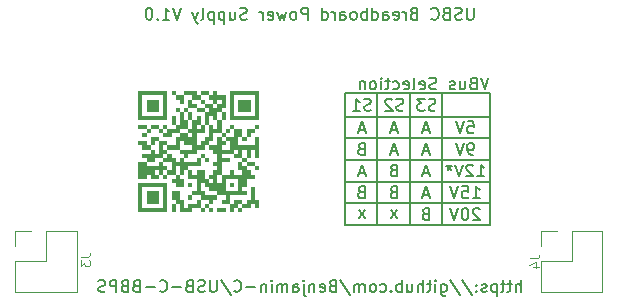
<source format=gbr>
%TF.GenerationSoftware,KiCad,Pcbnew,7.0.2-6a45011f42~172~ubuntu22.04.1*%
%TF.CreationDate,2023-06-08T17:33:05-07:00*%
%TF.ProjectId,usb-breadboard-power,7573622d-6272-4656-9164-626f6172642d,v1.0*%
%TF.SameCoordinates,Original*%
%TF.FileFunction,Legend,Bot*%
%TF.FilePolarity,Positive*%
%FSLAX46Y46*%
G04 Gerber Fmt 4.6, Leading zero omitted, Abs format (unit mm)*
G04 Created by KiCad (PCBNEW 7.0.2-6a45011f42~172~ubuntu22.04.1) date 2023-06-08 17:33:05*
%MOMM*%
%LPD*%
G01*
G04 APERTURE LIST*
%ADD10C,0.000000*%
%ADD11C,0.150000*%
%ADD12C,0.120000*%
G04 APERTURE END LIST*
D10*
G36*
X105578347Y-97029726D02*
G01*
X105225197Y-97029726D01*
X105225197Y-96676576D01*
X105578347Y-96676576D01*
X105578347Y-97029726D01*
G37*
G36*
X104872048Y-97029726D02*
G01*
X104518898Y-97029726D01*
X104518898Y-96676576D01*
X104872048Y-96676576D01*
X104872048Y-97029726D01*
G37*
G36*
X104518898Y-97029726D02*
G01*
X104165749Y-97029726D01*
X104165749Y-96676576D01*
X104518898Y-96676576D01*
X104518898Y-97029726D01*
G37*
G36*
X103106300Y-97029726D02*
G01*
X102753150Y-97029726D01*
X102753150Y-96676576D01*
X103106300Y-96676576D01*
X103106300Y-97029726D01*
G37*
G36*
X99574803Y-100208072D02*
G01*
X99221654Y-100208072D01*
X99221654Y-99854922D01*
X99574803Y-99854922D01*
X99574803Y-100208072D01*
G37*
G36*
X99221654Y-100208072D02*
G01*
X98868504Y-100208072D01*
X98868504Y-99854922D01*
X99221654Y-99854922D01*
X99221654Y-100208072D01*
G37*
G36*
X97102756Y-100208072D02*
G01*
X96749607Y-100208072D01*
X96749607Y-99854922D01*
X97102756Y-99854922D01*
X97102756Y-100208072D01*
G37*
G36*
X96396457Y-100208072D02*
G01*
X96043307Y-100208072D01*
X96043307Y-99854922D01*
X96396457Y-99854922D01*
X96396457Y-100208072D01*
G37*
G36*
X105931497Y-99854922D02*
G01*
X105578347Y-99854922D01*
X105578347Y-99501773D01*
X105931497Y-99501773D01*
X105931497Y-99854922D01*
G37*
G36*
X104872048Y-99854922D02*
G01*
X104518898Y-99854922D01*
X104518898Y-99501773D01*
X104872048Y-99501773D01*
X104872048Y-99854922D01*
G37*
G36*
X103459450Y-99854922D02*
G01*
X103106300Y-99854922D01*
X103106300Y-99501773D01*
X103459450Y-99501773D01*
X103459450Y-99854922D01*
G37*
G36*
X103106300Y-99854922D02*
G01*
X102753150Y-99854922D01*
X102753150Y-99501773D01*
X103106300Y-99501773D01*
X103106300Y-99854922D01*
G37*
G36*
X102753150Y-99854922D02*
G01*
X102400000Y-99854922D01*
X102400000Y-99501773D01*
X102753150Y-99501773D01*
X102753150Y-99854922D01*
G37*
G36*
X102400000Y-99854922D02*
G01*
X102046851Y-99854922D01*
X102046851Y-99501773D01*
X102400000Y-99501773D01*
X102400000Y-99854922D01*
G37*
G36*
X101340552Y-99854922D02*
G01*
X100987402Y-99854922D01*
X100987402Y-99501773D01*
X101340552Y-99501773D01*
X101340552Y-99854922D01*
G37*
G36*
X105225197Y-99501773D02*
G01*
X104872048Y-99501773D01*
X104872048Y-99148623D01*
X105225197Y-99148623D01*
X105225197Y-99501773D01*
G37*
G36*
X104165749Y-99501773D02*
G01*
X103812599Y-99501773D01*
X103812599Y-99148623D01*
X104165749Y-99148623D01*
X104165749Y-99501773D01*
G37*
G36*
X101340552Y-99501773D02*
G01*
X100987402Y-99501773D01*
X100987402Y-99148623D01*
X101340552Y-99148623D01*
X101340552Y-99501773D01*
G37*
G36*
X100634253Y-99501773D02*
G01*
X100281103Y-99501773D01*
X100281103Y-99148623D01*
X100634253Y-99148623D01*
X100634253Y-99501773D01*
G37*
G36*
X99927953Y-99501773D02*
G01*
X99574803Y-99501773D01*
X99574803Y-99148623D01*
X99927953Y-99148623D01*
X99927953Y-99501773D01*
G37*
G36*
X99574803Y-99501773D02*
G01*
X99221654Y-99501773D01*
X99221654Y-99148623D01*
X99574803Y-99148623D01*
X99574803Y-99501773D01*
G37*
G36*
X98515355Y-99501773D02*
G01*
X98162205Y-99501773D01*
X98162205Y-99148623D01*
X98515355Y-99148623D01*
X98515355Y-99501773D01*
G37*
G36*
X97809056Y-99501773D02*
G01*
X97455906Y-99501773D01*
X97455906Y-99148623D01*
X97809056Y-99148623D01*
X97809056Y-99501773D01*
G37*
G36*
X97102756Y-99501773D02*
G01*
X96749607Y-99501773D01*
X96749607Y-99148623D01*
X97102756Y-99148623D01*
X97102756Y-99501773D01*
G37*
G36*
X96749607Y-99501773D02*
G01*
X96396457Y-99501773D01*
X96396457Y-99148623D01*
X96749607Y-99148623D01*
X96749607Y-99501773D01*
G37*
G36*
X96396457Y-99501773D02*
G01*
X96043307Y-99501773D01*
X96043307Y-99148623D01*
X96396457Y-99148623D01*
X96396457Y-99501773D01*
G37*
G36*
X105225197Y-99148623D02*
G01*
X104872048Y-99148623D01*
X104872048Y-98795474D01*
X105225197Y-98795474D01*
X105225197Y-99148623D01*
G37*
G36*
X104872048Y-99148623D02*
G01*
X104518898Y-99148623D01*
X104518898Y-98795474D01*
X104872048Y-98795474D01*
X104872048Y-99148623D01*
G37*
G36*
X103459450Y-99148623D02*
G01*
X103106300Y-99148623D01*
X103106300Y-98795474D01*
X103459450Y-98795474D01*
X103459450Y-99148623D01*
G37*
G36*
X102753150Y-99148623D02*
G01*
X102400000Y-99148623D01*
X102400000Y-98795474D01*
X102753150Y-98795474D01*
X102753150Y-99148623D01*
G37*
G36*
X101340552Y-99148623D02*
G01*
X100987402Y-99148623D01*
X100987402Y-98795474D01*
X101340552Y-98795474D01*
X101340552Y-99148623D01*
G37*
G36*
X99927953Y-99148623D02*
G01*
X99574803Y-99148623D01*
X99574803Y-98795474D01*
X99927953Y-98795474D01*
X99927953Y-99148623D01*
G37*
G36*
X102046851Y-99501773D02*
G01*
X101693702Y-99501773D01*
X101693702Y-99148623D01*
X102046851Y-99148623D01*
X102046851Y-99501773D01*
G37*
G36*
X99221654Y-99148623D02*
G01*
X98868504Y-99148623D01*
X98868504Y-98795474D01*
X99221654Y-98795474D01*
X99221654Y-99148623D01*
G37*
G36*
X97455906Y-98795474D02*
G01*
X97102756Y-98795474D01*
X97102756Y-98442324D01*
X97455906Y-98442324D01*
X97455906Y-98795474D01*
G37*
G36*
X96749607Y-98442324D02*
G01*
X96396457Y-98442324D01*
X96396457Y-98089174D01*
X96749607Y-98089174D01*
X96749607Y-98442324D01*
G37*
G36*
X96396457Y-98442324D02*
G01*
X96043307Y-98442324D01*
X96043307Y-98089174D01*
X96396457Y-98089174D01*
X96396457Y-98442324D01*
G37*
G36*
X106284646Y-98089174D02*
G01*
X105931497Y-98089174D01*
X105931497Y-97736024D01*
X106284646Y-97736024D01*
X106284646Y-98089174D01*
G37*
G36*
X105225197Y-98089174D02*
G01*
X104872048Y-98089174D01*
X104872048Y-97736024D01*
X105225197Y-97736024D01*
X105225197Y-98089174D01*
G37*
G36*
X104872048Y-98089174D02*
G01*
X104518898Y-98089174D01*
X104518898Y-97736024D01*
X104872048Y-97736024D01*
X104872048Y-98089174D01*
G37*
G36*
X103106300Y-98089174D02*
G01*
X102753150Y-98089174D01*
X102753150Y-97736024D01*
X103106300Y-97736024D01*
X103106300Y-98089174D01*
G37*
G36*
X100281103Y-98089174D02*
G01*
X99927953Y-98089174D01*
X99927953Y-97736024D01*
X100281103Y-97736024D01*
X100281103Y-98089174D01*
G37*
G36*
X99927953Y-98089174D02*
G01*
X99574803Y-98089174D01*
X99574803Y-97736024D01*
X99927953Y-97736024D01*
X99927953Y-98089174D01*
G37*
G36*
X98515355Y-98089174D02*
G01*
X98162205Y-98089174D01*
X98162205Y-97736024D01*
X98515355Y-97736024D01*
X98515355Y-98089174D01*
G37*
G36*
X104872048Y-101620670D02*
G01*
X104518898Y-101620670D01*
X104518898Y-101267521D01*
X104872048Y-101267521D01*
X104872048Y-101620670D01*
G37*
G36*
X104165749Y-101620670D02*
G01*
X103812599Y-101620670D01*
X103812599Y-101267521D01*
X104165749Y-101267521D01*
X104165749Y-101620670D01*
G37*
G36*
X103459450Y-101620670D02*
G01*
X103106300Y-101620670D01*
X103106300Y-101267521D01*
X103459450Y-101267521D01*
X103459450Y-101620670D01*
G37*
G36*
X103106300Y-101620670D02*
G01*
X102753150Y-101620670D01*
X102753150Y-101267521D01*
X103106300Y-101267521D01*
X103106300Y-101620670D01*
G37*
G36*
X102400000Y-101620670D02*
G01*
X102046851Y-101620670D01*
X102046851Y-101267521D01*
X102400000Y-101267521D01*
X102400000Y-101620670D01*
G37*
G36*
X100634253Y-101620670D02*
G01*
X100281103Y-101620670D01*
X100281103Y-101267521D01*
X100634253Y-101267521D01*
X100634253Y-101620670D01*
G37*
G36*
X105931497Y-98795474D02*
G01*
X105578347Y-98795474D01*
X105578347Y-98442324D01*
X105931497Y-98442324D01*
X105931497Y-98795474D01*
G37*
G36*
X99221654Y-101620670D02*
G01*
X98868504Y-101620670D01*
X98868504Y-101267521D01*
X99221654Y-101267521D01*
X99221654Y-101620670D01*
G37*
G36*
X105225197Y-98795474D02*
G01*
X104872048Y-98795474D01*
X104872048Y-98442324D01*
X105225197Y-98442324D01*
X105225197Y-98795474D01*
G37*
G36*
X98162205Y-101620670D02*
G01*
X97809056Y-101620670D01*
X97809056Y-101267521D01*
X98162205Y-101267521D01*
X98162205Y-101620670D01*
G37*
G36*
X104872048Y-98795474D02*
G01*
X104518898Y-98795474D01*
X104518898Y-98442324D01*
X104872048Y-98442324D01*
X104872048Y-98795474D01*
G37*
G36*
X97809056Y-101620670D02*
G01*
X97455906Y-101620670D01*
X97455906Y-101267521D01*
X97809056Y-101267521D01*
X97809056Y-101620670D01*
G37*
G36*
X104165749Y-98795474D02*
G01*
X103812599Y-98795474D01*
X103812599Y-98442324D01*
X104165749Y-98442324D01*
X104165749Y-98795474D01*
G37*
G36*
X97102756Y-101620670D02*
G01*
X96749607Y-101620670D01*
X96749607Y-101267521D01*
X97102756Y-101267521D01*
X97102756Y-101620670D01*
G37*
G36*
X101693702Y-98795474D02*
G01*
X101340552Y-98795474D01*
X101340552Y-98442324D01*
X101693702Y-98442324D01*
X101693702Y-98795474D01*
G37*
G36*
X105225197Y-101267521D02*
G01*
X104872048Y-101267521D01*
X104872048Y-100914371D01*
X105225197Y-100914371D01*
X105225197Y-101267521D01*
G37*
G36*
X101340552Y-98795474D02*
G01*
X100987402Y-98795474D01*
X100987402Y-98442324D01*
X101340552Y-98442324D01*
X101340552Y-98795474D01*
G37*
G36*
X104518898Y-101267521D02*
G01*
X104165749Y-101267521D01*
X104165749Y-100914371D01*
X104518898Y-100914371D01*
X104518898Y-101267521D01*
G37*
G36*
X100987402Y-98795474D02*
G01*
X100634253Y-98795474D01*
X100634253Y-98442324D01*
X100987402Y-98442324D01*
X100987402Y-98795474D01*
G37*
G36*
X104165749Y-101267521D02*
G01*
X103812599Y-101267521D01*
X103812599Y-100914371D01*
X104165749Y-100914371D01*
X104165749Y-101267521D01*
G37*
G36*
X100634253Y-98795474D02*
G01*
X100281103Y-98795474D01*
X100281103Y-98442324D01*
X100634253Y-98442324D01*
X100634253Y-98795474D01*
G37*
G36*
X102046851Y-101267521D02*
G01*
X101693702Y-101267521D01*
X101693702Y-100914371D01*
X102046851Y-100914371D01*
X102046851Y-101267521D01*
G37*
G36*
X99574803Y-98795474D02*
G01*
X99221654Y-98795474D01*
X99221654Y-98442324D01*
X99574803Y-98442324D01*
X99574803Y-98795474D01*
G37*
G36*
X101340552Y-101267521D02*
G01*
X100987402Y-101267521D01*
X100987402Y-100914371D01*
X101340552Y-100914371D01*
X101340552Y-101267521D01*
G37*
G36*
X98515355Y-98795474D02*
G01*
X98162205Y-98795474D01*
X98162205Y-98442324D01*
X98515355Y-98442324D01*
X98515355Y-98795474D01*
G37*
G36*
X100987402Y-101267521D02*
G01*
X100634253Y-101267521D01*
X100634253Y-100914371D01*
X100987402Y-100914371D01*
X100987402Y-101267521D01*
G37*
G36*
X97809056Y-98795474D02*
G01*
X97455906Y-98795474D01*
X97455906Y-98442324D01*
X97809056Y-98442324D01*
X97809056Y-98795474D01*
G37*
G36*
X100634253Y-101267521D02*
G01*
X100281103Y-101267521D01*
X100281103Y-100914371D01*
X100634253Y-100914371D01*
X100634253Y-101267521D01*
G37*
G36*
X99927953Y-101267521D02*
G01*
X99574803Y-101267521D01*
X99574803Y-100914371D01*
X99927953Y-100914371D01*
X99927953Y-101267521D01*
G37*
G36*
X99221654Y-101267521D02*
G01*
X98868504Y-101267521D01*
X98868504Y-100914371D01*
X99221654Y-100914371D01*
X99221654Y-101267521D01*
G37*
G36*
X98515355Y-101267521D02*
G01*
X98162205Y-101267521D01*
X98162205Y-100914371D01*
X98515355Y-100914371D01*
X98515355Y-101267521D01*
G37*
G36*
X96396457Y-101267521D02*
G01*
X96043307Y-101267521D01*
X96043307Y-100914371D01*
X96396457Y-100914371D01*
X96396457Y-101267521D01*
G37*
G36*
X105578347Y-100914371D02*
G01*
X105225197Y-100914371D01*
X105225197Y-100561221D01*
X105578347Y-100561221D01*
X105578347Y-100914371D01*
G37*
G36*
X104872048Y-100914371D02*
G01*
X104518898Y-100914371D01*
X104518898Y-100561221D01*
X104872048Y-100561221D01*
X104872048Y-100914371D01*
G37*
G36*
X104518898Y-100914371D02*
G01*
X104165749Y-100914371D01*
X104165749Y-100561221D01*
X104518898Y-100561221D01*
X104518898Y-100914371D01*
G37*
G36*
X103812599Y-100914371D02*
G01*
X103459450Y-100914371D01*
X103459450Y-100561221D01*
X103812599Y-100561221D01*
X103812599Y-100914371D01*
G37*
G36*
X101340552Y-100914371D02*
G01*
X100987402Y-100914371D01*
X100987402Y-100561221D01*
X101340552Y-100561221D01*
X101340552Y-100914371D01*
G37*
G36*
X99927953Y-100914371D02*
G01*
X99574803Y-100914371D01*
X99574803Y-100561221D01*
X99927953Y-100561221D01*
X99927953Y-100914371D01*
G37*
G36*
X99574803Y-100914371D02*
G01*
X99221654Y-100914371D01*
X99221654Y-100561221D01*
X99574803Y-100561221D01*
X99574803Y-100914371D01*
G37*
G36*
X97809056Y-100914371D02*
G01*
X97455906Y-100914371D01*
X97455906Y-100561221D01*
X97809056Y-100561221D01*
X97809056Y-100914371D01*
G37*
G36*
X97455906Y-100914371D02*
G01*
X97102756Y-100914371D01*
X97102756Y-100561221D01*
X97455906Y-100561221D01*
X97455906Y-100914371D01*
G37*
G36*
X96396457Y-100914371D02*
G01*
X96043307Y-100914371D01*
X96043307Y-100561221D01*
X96396457Y-100561221D01*
X96396457Y-100914371D01*
G37*
G36*
X105931497Y-100561221D02*
G01*
X105578347Y-100561221D01*
X105578347Y-100208072D01*
X105931497Y-100208072D01*
X105931497Y-100561221D01*
G37*
G36*
X103812599Y-100561221D02*
G01*
X103459450Y-100561221D01*
X103459450Y-100208072D01*
X103812599Y-100208072D01*
X103812599Y-100561221D01*
G37*
G36*
X102046851Y-100561221D02*
G01*
X101693702Y-100561221D01*
X101693702Y-100208072D01*
X102046851Y-100208072D01*
X102046851Y-100561221D01*
G37*
G36*
X101693702Y-100561221D02*
G01*
X101340552Y-100561221D01*
X101340552Y-100208072D01*
X101693702Y-100208072D01*
X101693702Y-100561221D01*
G37*
G36*
X100634253Y-100561221D02*
G01*
X100281103Y-100561221D01*
X100281103Y-100208072D01*
X100634253Y-100208072D01*
X100634253Y-100561221D01*
G37*
G36*
X99574803Y-100561221D02*
G01*
X99221654Y-100561221D01*
X99221654Y-100208072D01*
X99574803Y-100208072D01*
X99574803Y-100561221D01*
G37*
G36*
X98515355Y-100561221D02*
G01*
X98162205Y-100561221D01*
X98162205Y-100208072D01*
X98515355Y-100208072D01*
X98515355Y-100561221D01*
G37*
G36*
X97102756Y-100561221D02*
G01*
X96749607Y-100561221D01*
X96749607Y-100208072D01*
X97102756Y-100208072D01*
X97102756Y-100561221D01*
G37*
G36*
X105225197Y-100208072D02*
G01*
X104872048Y-100208072D01*
X104872048Y-99854922D01*
X105225197Y-99854922D01*
X105225197Y-100208072D01*
G37*
G36*
X104872048Y-100208072D02*
G01*
X104518898Y-100208072D01*
X104518898Y-99854922D01*
X104872048Y-99854922D01*
X104872048Y-100208072D01*
G37*
G36*
X104165749Y-100208072D02*
G01*
X103812599Y-100208072D01*
X103812599Y-99854922D01*
X104165749Y-99854922D01*
X104165749Y-100208072D01*
G37*
G36*
X103812599Y-100208072D02*
G01*
X103459450Y-100208072D01*
X103459450Y-99854922D01*
X103812599Y-99854922D01*
X103812599Y-100208072D01*
G37*
G36*
X103459450Y-100208072D02*
G01*
X103106300Y-100208072D01*
X103106300Y-99854922D01*
X103459450Y-99854922D01*
X103459450Y-100208072D01*
G37*
G36*
X99221654Y-91732481D02*
G01*
X98868504Y-91732481D01*
X98868504Y-91379331D01*
X99221654Y-91379331D01*
X99221654Y-91732481D01*
G37*
G36*
X98515355Y-91732481D02*
G01*
X98162205Y-91732481D01*
X98162205Y-91379331D01*
X98515355Y-91379331D01*
X98515355Y-91732481D01*
G37*
G36*
X100987402Y-100208072D02*
G01*
X100634253Y-100208072D01*
X100634253Y-99854922D01*
X100987402Y-99854922D01*
X100987402Y-100208072D01*
G37*
G36*
X102046851Y-94204528D02*
G01*
X101693702Y-94204528D01*
X101693702Y-93851379D01*
X102046851Y-93851379D01*
X102046851Y-94204528D01*
G37*
G36*
X101340552Y-94204528D02*
G01*
X100987402Y-94204528D01*
X100987402Y-93851379D01*
X101340552Y-93851379D01*
X101340552Y-94204528D01*
G37*
G36*
X100987402Y-94204528D02*
G01*
X100634253Y-94204528D01*
X100634253Y-93851379D01*
X100987402Y-93851379D01*
X100987402Y-94204528D01*
G37*
G36*
X103459450Y-100914371D02*
G01*
X103106300Y-100914371D01*
X103106300Y-100561221D01*
X103459450Y-100561221D01*
X103459450Y-100914371D01*
G37*
G36*
X100281103Y-94204528D02*
G01*
X99927953Y-94204528D01*
X99927953Y-93851379D01*
X100281103Y-93851379D01*
X100281103Y-94204528D01*
G37*
G36*
X103106300Y-92791930D02*
G01*
X102753150Y-92791930D01*
X102753150Y-92438780D01*
X103106300Y-92438780D01*
X103106300Y-92791930D01*
G37*
G36*
X98515355Y-99854922D02*
G01*
X98162205Y-99854922D01*
X98162205Y-99501773D01*
X98515355Y-99501773D01*
X98515355Y-99854922D01*
G37*
G36*
X102400000Y-92791930D02*
G01*
X102046851Y-92791930D01*
X102046851Y-92438780D01*
X102400000Y-92438780D01*
X102400000Y-92791930D01*
G37*
G36*
X102046851Y-92791930D02*
G01*
X101693702Y-92791930D01*
X101693702Y-92438780D01*
X102046851Y-92438780D01*
X102046851Y-92791930D01*
G37*
G36*
X99221654Y-94910827D02*
G01*
X98868504Y-94910827D01*
X98868504Y-94557678D01*
X99221654Y-94557678D01*
X99221654Y-94910827D01*
G37*
G36*
X98868504Y-94910827D02*
G01*
X98515355Y-94910827D01*
X98515355Y-94557678D01*
X98868504Y-94557678D01*
X98868504Y-94910827D01*
G37*
G36*
X99221654Y-98089174D02*
G01*
X98868504Y-98089174D01*
X98868504Y-97736024D01*
X99221654Y-97736024D01*
X99221654Y-98089174D01*
G37*
G36*
X98162205Y-94910827D02*
G01*
X97809056Y-94910827D01*
X97809056Y-94557678D01*
X98162205Y-94557678D01*
X98162205Y-94910827D01*
G37*
G36*
X104872048Y-93145080D02*
G01*
X104518898Y-93145080D01*
X104518898Y-92791930D01*
X104872048Y-92791930D01*
X104872048Y-93145080D01*
G37*
G36*
X103459450Y-95263977D02*
G01*
X103106300Y-95263977D01*
X103106300Y-94910827D01*
X103459450Y-94910827D01*
X103459450Y-95263977D01*
G37*
G36*
X104165749Y-93145080D02*
G01*
X103812599Y-93145080D01*
X103812599Y-92791930D01*
X104165749Y-92791930D01*
X104165749Y-93145080D01*
G37*
G36*
X102400000Y-95263977D02*
G01*
X102046851Y-95263977D01*
X102046851Y-94910827D01*
X102400000Y-94910827D01*
X102400000Y-95263977D01*
G37*
G36*
X103106300Y-93145080D02*
G01*
X102753150Y-93145080D01*
X102753150Y-92791930D01*
X103106300Y-92791930D01*
X103106300Y-93145080D01*
G37*
G36*
X100987402Y-95263977D02*
G01*
X100634253Y-95263977D01*
X100634253Y-94910827D01*
X100987402Y-94910827D01*
X100987402Y-95263977D01*
G37*
G36*
X97809056Y-92438780D02*
G01*
X97455906Y-92438780D01*
X97455906Y-92085631D01*
X97809056Y-92085631D01*
X97809056Y-92438780D01*
G37*
G36*
X104165749Y-92085631D02*
G01*
X103812599Y-92085631D01*
X103812599Y-91732481D01*
X104165749Y-91732481D01*
X104165749Y-92085631D01*
G37*
G36*
X106284646Y-94557678D02*
G01*
X105931497Y-94557678D01*
X105931497Y-94204528D01*
X106284646Y-94204528D01*
X106284646Y-94557678D01*
G37*
G36*
X96749607Y-93851379D02*
G01*
X96396457Y-93851379D01*
X96396457Y-93498229D01*
X96749607Y-93498229D01*
X96749607Y-93851379D01*
G37*
G36*
X100281103Y-93145080D02*
G01*
X99927953Y-93145080D01*
X99927953Y-92791930D01*
X100281103Y-92791930D01*
X100281103Y-93145080D01*
G37*
G36*
X96749607Y-98795474D02*
G01*
X96396457Y-98795474D01*
X96396457Y-98442324D01*
X96749607Y-98442324D01*
X96749607Y-98795474D01*
G37*
G36*
X96396457Y-98795474D02*
G01*
X96043307Y-98795474D01*
X96043307Y-98442324D01*
X96396457Y-98442324D01*
X96396457Y-98795474D01*
G37*
G36*
X102753150Y-98795474D02*
G01*
X102400000Y-98795474D01*
X102400000Y-98442324D01*
X102753150Y-98442324D01*
X102753150Y-98795474D01*
G37*
G36*
X106284646Y-101267521D02*
G01*
X105931497Y-101267521D01*
X105931497Y-100914371D01*
X106284646Y-100914371D01*
X106284646Y-101267521D01*
G37*
G36*
X98515355Y-92438780D02*
G01*
X98162205Y-92438780D01*
X98162205Y-92085631D01*
X98515355Y-92085631D01*
X98515355Y-92438780D01*
G37*
G36*
X101693702Y-98442324D02*
G01*
X101340552Y-98442324D01*
X101340552Y-98089174D01*
X101693702Y-98089174D01*
X101693702Y-98442324D01*
G37*
G36*
X98868504Y-98442324D02*
G01*
X98515355Y-98442324D01*
X98515355Y-98089174D01*
X98868504Y-98089174D01*
X98868504Y-98442324D01*
G37*
G36*
X96396457Y-91732481D02*
G01*
X96043307Y-91732481D01*
X96043307Y-91379331D01*
X96396457Y-91379331D01*
X96396457Y-91732481D01*
G37*
G36*
X97809056Y-92791930D02*
G01*
X97455906Y-92791930D01*
X97455906Y-92438780D01*
X97809056Y-92438780D01*
X97809056Y-92791930D01*
G37*
G36*
X105931497Y-100914371D02*
G01*
X105578347Y-100914371D01*
X105578347Y-100561221D01*
X105931497Y-100561221D01*
X105931497Y-100914371D01*
G37*
G36*
X102400000Y-93145080D02*
G01*
X102046851Y-93145080D01*
X102046851Y-92791930D01*
X102400000Y-92791930D01*
X102400000Y-93145080D01*
G37*
G36*
X101340552Y-98442324D02*
G01*
X100987402Y-98442324D01*
X100987402Y-98089174D01*
X101340552Y-98089174D01*
X101340552Y-98442324D01*
G37*
G36*
X97455906Y-98442324D02*
G01*
X97102756Y-98442324D01*
X97102756Y-98089174D01*
X97455906Y-98089174D01*
X97455906Y-98442324D01*
G37*
G36*
X98162205Y-99501773D02*
G01*
X97809056Y-99501773D01*
X97809056Y-99148623D01*
X98162205Y-99148623D01*
X98162205Y-99501773D01*
G37*
G36*
X99927953Y-96676576D02*
G01*
X99574803Y-96676576D01*
X99574803Y-96323426D01*
X99927953Y-96323426D01*
X99927953Y-96676576D01*
G37*
G36*
X100987402Y-95970277D02*
G01*
X100634253Y-95970277D01*
X100634253Y-95617127D01*
X100987402Y-95617127D01*
X100987402Y-95970277D01*
G37*
G36*
X96396457Y-93498229D02*
G01*
X96043307Y-93498229D01*
X96043307Y-93145080D01*
X96396457Y-93145080D01*
X96396457Y-93498229D01*
G37*
G36*
X106284646Y-93145080D02*
G01*
X105931497Y-93145080D01*
X105931497Y-92791930D01*
X106284646Y-92791930D01*
X106284646Y-93145080D01*
G37*
G36*
X101693702Y-93145080D02*
G01*
X101340552Y-93145080D01*
X101340552Y-92791930D01*
X101693702Y-92791930D01*
X101693702Y-93145080D01*
G37*
G36*
X98162205Y-98089174D02*
G01*
X97809056Y-98089174D01*
X97809056Y-97736024D01*
X98162205Y-97736024D01*
X98162205Y-98089174D01*
G37*
G36*
X99574803Y-94910827D02*
G01*
X99221654Y-94910827D01*
X99221654Y-94557678D01*
X99574803Y-94557678D01*
X99574803Y-94910827D01*
G37*
G36*
X105225197Y-92438780D02*
G01*
X104872048Y-92438780D01*
X104872048Y-92085631D01*
X105225197Y-92085631D01*
X105225197Y-92438780D01*
G37*
G36*
X103106300Y-94557678D02*
G01*
X102753150Y-94557678D01*
X102753150Y-94204528D01*
X103106300Y-94204528D01*
X103106300Y-94557678D01*
G37*
G36*
X106284646Y-93498229D02*
G01*
X105931497Y-93498229D01*
X105931497Y-93145080D01*
X106284646Y-93145080D01*
X106284646Y-93498229D01*
G37*
G36*
X97809056Y-98089174D02*
G01*
X97455906Y-98089174D01*
X97455906Y-97736024D01*
X97809056Y-97736024D01*
X97809056Y-98089174D01*
G37*
G36*
X100987402Y-96676576D02*
G01*
X100634253Y-96676576D01*
X100634253Y-96323426D01*
X100987402Y-96323426D01*
X100987402Y-96676576D01*
G37*
G36*
X96749607Y-98089174D02*
G01*
X96396457Y-98089174D01*
X96396457Y-97736024D01*
X96749607Y-97736024D01*
X96749607Y-98089174D01*
G37*
G36*
X99221654Y-100561221D02*
G01*
X98868504Y-100561221D01*
X98868504Y-100208072D01*
X99221654Y-100208072D01*
X99221654Y-100561221D01*
G37*
G36*
X102753150Y-96323426D02*
G01*
X102400000Y-96323426D01*
X102400000Y-95970277D01*
X102753150Y-95970277D01*
X102753150Y-96323426D01*
G37*
G36*
X103812599Y-96676576D02*
G01*
X103459450Y-96676576D01*
X103459450Y-96323426D01*
X103812599Y-96323426D01*
X103812599Y-96676576D01*
G37*
G36*
X97455906Y-100208072D02*
G01*
X97102756Y-100208072D01*
X97102756Y-99854922D01*
X97455906Y-99854922D01*
X97455906Y-100208072D01*
G37*
G36*
X102400000Y-94557678D02*
G01*
X102046851Y-94557678D01*
X102046851Y-94204528D01*
X102400000Y-94204528D01*
X102400000Y-94557678D01*
G37*
G36*
X103812599Y-97382875D02*
G01*
X103459450Y-97382875D01*
X103459450Y-97029726D01*
X103812599Y-97029726D01*
X103812599Y-97382875D01*
G37*
G36*
X99221654Y-96323426D02*
G01*
X98868504Y-96323426D01*
X98868504Y-95970277D01*
X99221654Y-95970277D01*
X99221654Y-96323426D01*
G37*
G36*
X100634253Y-94910827D02*
G01*
X100281103Y-94910827D01*
X100281103Y-94557678D01*
X100634253Y-94557678D01*
X100634253Y-94910827D01*
G37*
G36*
X97455906Y-91732481D02*
G01*
X97102756Y-91732481D01*
X97102756Y-91379331D01*
X97455906Y-91379331D01*
X97455906Y-91732481D01*
G37*
G36*
X103106300Y-97382875D02*
G01*
X102753150Y-97382875D01*
X102753150Y-97029726D01*
X103106300Y-97029726D01*
X103106300Y-97382875D01*
G37*
G36*
X100987402Y-96323426D02*
G01*
X100634253Y-96323426D01*
X100634253Y-95970277D01*
X100987402Y-95970277D01*
X100987402Y-96323426D01*
G37*
G36*
X98515355Y-93851379D02*
G01*
X98162205Y-93851379D01*
X98162205Y-93498229D01*
X98515355Y-93498229D01*
X98515355Y-93851379D01*
G37*
G36*
X105931497Y-96323426D02*
G01*
X105578347Y-96323426D01*
X105578347Y-95970277D01*
X105931497Y-95970277D01*
X105931497Y-96323426D01*
G37*
G36*
X103459450Y-95970277D02*
G01*
X103106300Y-95970277D01*
X103106300Y-95617127D01*
X103459450Y-95617127D01*
X103459450Y-95970277D01*
G37*
G36*
X96749607Y-95263977D02*
G01*
X96396457Y-95263977D01*
X96396457Y-94910827D01*
X96749607Y-94910827D01*
X96749607Y-95263977D01*
G37*
G36*
X102046851Y-97382875D02*
G01*
X101693702Y-97382875D01*
X101693702Y-97029726D01*
X102046851Y-97029726D01*
X102046851Y-97382875D01*
G37*
G36*
X106284646Y-96676576D02*
G01*
X105931497Y-96676576D01*
X105931497Y-96323426D01*
X106284646Y-96323426D01*
X106284646Y-96676576D01*
G37*
G36*
X105578347Y-96676576D02*
G01*
X105225197Y-96676576D01*
X105225197Y-96323426D01*
X105578347Y-96323426D01*
X105578347Y-96676576D01*
G37*
G36*
X99927953Y-92085631D02*
G01*
X99574803Y-92085631D01*
X99574803Y-91732481D01*
X99927953Y-91732481D01*
X99927953Y-92085631D01*
G37*
G36*
X103459450Y-93498229D02*
G01*
X103106300Y-93498229D01*
X103106300Y-93145080D01*
X103459450Y-93145080D01*
X103459450Y-93498229D01*
G37*
G36*
X103459450Y-97382875D02*
G01*
X103106300Y-97382875D01*
X103106300Y-97029726D01*
X103459450Y-97029726D01*
X103459450Y-97382875D01*
G37*
G36*
X96396457Y-92438780D02*
G01*
X96043307Y-92438780D01*
X96043307Y-92085631D01*
X96396457Y-92085631D01*
X96396457Y-92438780D01*
G37*
G36*
X104165749Y-96676576D02*
G01*
X103812599Y-96676576D01*
X103812599Y-96323426D01*
X104165749Y-96323426D01*
X104165749Y-96676576D01*
G37*
G36*
X97809056Y-91732481D02*
G01*
X97455906Y-91732481D01*
X97455906Y-91379331D01*
X97809056Y-91379331D01*
X97809056Y-91732481D01*
G37*
G36*
X99927953Y-98442324D02*
G01*
X99574803Y-98442324D01*
X99574803Y-98089174D01*
X99927953Y-98089174D01*
X99927953Y-98442324D01*
G37*
G36*
X101693702Y-101620670D02*
G01*
X101340552Y-101620670D01*
X101340552Y-101267521D01*
X101693702Y-101267521D01*
X101693702Y-101620670D01*
G37*
G36*
X96749607Y-91732481D02*
G01*
X96396457Y-91732481D01*
X96396457Y-91379331D01*
X96749607Y-91379331D01*
X96749607Y-91732481D01*
G37*
G36*
X100634253Y-92438780D02*
G01*
X100281103Y-92438780D01*
X100281103Y-92085631D01*
X100634253Y-92085631D01*
X100634253Y-92438780D01*
G37*
G36*
X96396457Y-98089174D02*
G01*
X96043307Y-98089174D01*
X96043307Y-97736024D01*
X96396457Y-97736024D01*
X96396457Y-98089174D01*
G37*
G36*
X105578347Y-98442324D02*
G01*
X105225197Y-98442324D01*
X105225197Y-98089174D01*
X105578347Y-98089174D01*
X105578347Y-98442324D01*
G37*
G36*
X106284646Y-95617127D02*
G01*
X105931497Y-95617127D01*
X105931497Y-95263977D01*
X106284646Y-95263977D01*
X106284646Y-95617127D01*
G37*
G36*
X103459450Y-92085631D02*
G01*
X103106300Y-92085631D01*
X103106300Y-91732481D01*
X103459450Y-91732481D01*
X103459450Y-92085631D01*
G37*
G36*
X97102756Y-94910827D02*
G01*
X96749607Y-94910827D01*
X96749607Y-94557678D01*
X97102756Y-94557678D01*
X97102756Y-94910827D01*
G37*
G36*
X97102756Y-93851379D02*
G01*
X96749607Y-93851379D01*
X96749607Y-93498229D01*
X97102756Y-93498229D01*
X97102756Y-93851379D01*
G37*
G36*
X104872048Y-92791930D02*
G01*
X104518898Y-92791930D01*
X104518898Y-92438780D01*
X104872048Y-92438780D01*
X104872048Y-92791930D01*
G37*
G36*
X103106300Y-92085631D02*
G01*
X102753150Y-92085631D01*
X102753150Y-91732481D01*
X103106300Y-91732481D01*
X103106300Y-92085631D01*
G37*
G36*
X102753150Y-93145080D02*
G01*
X102400000Y-93145080D01*
X102400000Y-92791930D01*
X102753150Y-92791930D01*
X102753150Y-93145080D01*
G37*
G36*
X103106300Y-97736024D02*
G01*
X102753150Y-97736024D01*
X102753150Y-97382875D01*
X103106300Y-97382875D01*
X103106300Y-97736024D01*
G37*
G36*
X99574803Y-96323426D02*
G01*
X99221654Y-96323426D01*
X99221654Y-95970277D01*
X99574803Y-95970277D01*
X99574803Y-96323426D01*
G37*
G36*
X97455906Y-99501773D02*
G01*
X97102756Y-99501773D01*
X97102756Y-99148623D01*
X97455906Y-99148623D01*
X97455906Y-99501773D01*
G37*
G36*
X100987402Y-94910827D02*
G01*
X100634253Y-94910827D01*
X100634253Y-94557678D01*
X100987402Y-94557678D01*
X100987402Y-94910827D01*
G37*
G36*
X101693702Y-99148623D02*
G01*
X101340552Y-99148623D01*
X101340552Y-98795474D01*
X101693702Y-98795474D01*
X101693702Y-99148623D01*
G37*
G36*
X102753150Y-92085631D02*
G01*
X102400000Y-92085631D01*
X102400000Y-91732481D01*
X102753150Y-91732481D01*
X102753150Y-92085631D01*
G37*
G36*
X102753150Y-91732481D02*
G01*
X102400000Y-91732481D01*
X102400000Y-91379331D01*
X102753150Y-91379331D01*
X102753150Y-91732481D01*
G37*
G36*
X97455906Y-98089174D02*
G01*
X97102756Y-98089174D01*
X97102756Y-97736024D01*
X97455906Y-97736024D01*
X97455906Y-98089174D01*
G37*
G36*
X104165749Y-96323426D02*
G01*
X103812599Y-96323426D01*
X103812599Y-95970277D01*
X104165749Y-95970277D01*
X104165749Y-96323426D01*
G37*
G36*
X105225197Y-93851379D02*
G01*
X104872048Y-93851379D01*
X104872048Y-93498229D01*
X105225197Y-93498229D01*
X105225197Y-93851379D01*
G37*
G36*
X97455906Y-92438780D02*
G01*
X97102756Y-92438780D01*
X97102756Y-92085631D01*
X97455906Y-92085631D01*
X97455906Y-92438780D01*
G37*
G36*
X101340552Y-93145080D02*
G01*
X100987402Y-93145080D01*
X100987402Y-92791930D01*
X101340552Y-92791930D01*
X101340552Y-93145080D01*
G37*
G36*
X106284646Y-91732481D02*
G01*
X105931497Y-91732481D01*
X105931497Y-91379331D01*
X106284646Y-91379331D01*
X106284646Y-91732481D01*
G37*
G36*
X104872048Y-97736024D02*
G01*
X104518898Y-97736024D01*
X104518898Y-97382875D01*
X104872048Y-97382875D01*
X104872048Y-97736024D01*
G37*
G36*
X103459450Y-99501773D02*
G01*
X103106300Y-99501773D01*
X103106300Y-99148623D01*
X103459450Y-99148623D01*
X103459450Y-99501773D01*
G37*
G36*
X103106300Y-96323426D02*
G01*
X102753150Y-96323426D01*
X102753150Y-95970277D01*
X103106300Y-95970277D01*
X103106300Y-96323426D01*
G37*
G36*
X104872048Y-93851379D02*
G01*
X104518898Y-93851379D01*
X104518898Y-93498229D01*
X104872048Y-93498229D01*
X104872048Y-93851379D01*
G37*
G36*
X104518898Y-95970277D02*
G01*
X104165749Y-95970277D01*
X104165749Y-95617127D01*
X104518898Y-95617127D01*
X104518898Y-95970277D01*
G37*
G36*
X100281103Y-97029726D02*
G01*
X99927953Y-97029726D01*
X99927953Y-96676576D01*
X100281103Y-96676576D01*
X100281103Y-97029726D01*
G37*
G36*
X100987402Y-92085631D02*
G01*
X100634253Y-92085631D01*
X100634253Y-91732481D01*
X100987402Y-91732481D01*
X100987402Y-92085631D01*
G37*
G36*
X97102756Y-100914371D02*
G01*
X96749607Y-100914371D01*
X96749607Y-100561221D01*
X97102756Y-100561221D01*
X97102756Y-100914371D01*
G37*
G36*
X102046851Y-91732481D02*
G01*
X101693702Y-91732481D01*
X101693702Y-91379331D01*
X102046851Y-91379331D01*
X102046851Y-91732481D01*
G37*
G36*
X100281103Y-96676576D02*
G01*
X99927953Y-96676576D01*
X99927953Y-96323426D01*
X100281103Y-96323426D01*
X100281103Y-96676576D01*
G37*
G36*
X101693702Y-95970277D02*
G01*
X101340552Y-95970277D01*
X101340552Y-95617127D01*
X101693702Y-95617127D01*
X101693702Y-95970277D01*
G37*
G36*
X104165749Y-91732481D02*
G01*
X103812599Y-91732481D01*
X103812599Y-91379331D01*
X104165749Y-91379331D01*
X104165749Y-91732481D01*
G37*
G36*
X103106300Y-99501773D02*
G01*
X102753150Y-99501773D01*
X102753150Y-99148623D01*
X103106300Y-99148623D01*
X103106300Y-99501773D01*
G37*
G36*
X97455906Y-95617127D02*
G01*
X97102756Y-95617127D01*
X97102756Y-95263977D01*
X97455906Y-95263977D01*
X97455906Y-95617127D01*
G37*
G36*
X103459450Y-92438780D02*
G01*
X103106300Y-92438780D01*
X103106300Y-92085631D01*
X103459450Y-92085631D01*
X103459450Y-92438780D01*
G37*
G36*
X102400000Y-100561221D02*
G01*
X102046851Y-100561221D01*
X102046851Y-100208072D01*
X102400000Y-100208072D01*
X102400000Y-100561221D01*
G37*
G36*
X106284646Y-95970277D02*
G01*
X105931497Y-95970277D01*
X105931497Y-95617127D01*
X106284646Y-95617127D01*
X106284646Y-95970277D01*
G37*
G36*
X101693702Y-100208072D02*
G01*
X101340552Y-100208072D01*
X101340552Y-99854922D01*
X101693702Y-99854922D01*
X101693702Y-100208072D01*
G37*
G36*
X98162205Y-97736024D02*
G01*
X97809056Y-97736024D01*
X97809056Y-97382875D01*
X98162205Y-97382875D01*
X98162205Y-97736024D01*
G37*
G36*
X97455906Y-97382875D02*
G01*
X97102756Y-97382875D01*
X97102756Y-97029726D01*
X97455906Y-97029726D01*
X97455906Y-97382875D01*
G37*
G36*
X105578347Y-97736024D02*
G01*
X105225197Y-97736024D01*
X105225197Y-97382875D01*
X105578347Y-97382875D01*
X105578347Y-97736024D01*
G37*
G36*
X98515355Y-96676576D02*
G01*
X98162205Y-96676576D01*
X98162205Y-96323426D01*
X98515355Y-96323426D01*
X98515355Y-96676576D01*
G37*
G36*
X102046851Y-95970277D02*
G01*
X101693702Y-95970277D01*
X101693702Y-95617127D01*
X102046851Y-95617127D01*
X102046851Y-95970277D01*
G37*
G36*
X106284646Y-93851379D02*
G01*
X105931497Y-93851379D01*
X105931497Y-93498229D01*
X106284646Y-93498229D01*
X106284646Y-93851379D01*
G37*
G36*
X105225197Y-97382875D02*
G01*
X104872048Y-97382875D01*
X104872048Y-97029726D01*
X105225197Y-97029726D01*
X105225197Y-97382875D01*
G37*
G36*
X99574803Y-95970277D02*
G01*
X99221654Y-95970277D01*
X99221654Y-95617127D01*
X99574803Y-95617127D01*
X99574803Y-95970277D01*
G37*
G36*
X106284646Y-92438780D02*
G01*
X105931497Y-92438780D01*
X105931497Y-92085631D01*
X106284646Y-92085631D01*
X106284646Y-92438780D01*
G37*
G36*
X101693702Y-96323426D02*
G01*
X101340552Y-96323426D01*
X101340552Y-95970277D01*
X101693702Y-95970277D01*
X101693702Y-96323426D01*
G37*
G36*
X99927953Y-97382875D02*
G01*
X99574803Y-97382875D01*
X99574803Y-97029726D01*
X99927953Y-97029726D01*
X99927953Y-97382875D01*
G37*
G36*
X97102756Y-97029726D02*
G01*
X96749607Y-97029726D01*
X96749607Y-96676576D01*
X97102756Y-96676576D01*
X97102756Y-97029726D01*
G37*
G36*
X98868504Y-95263977D02*
G01*
X98515355Y-95263977D01*
X98515355Y-94910827D01*
X98868504Y-94910827D01*
X98868504Y-95263977D01*
G37*
G36*
X102400000Y-93498229D02*
G01*
X102046851Y-93498229D01*
X102046851Y-93145080D01*
X102400000Y-93145080D01*
X102400000Y-93498229D01*
G37*
G36*
X102753150Y-93851379D02*
G01*
X102400000Y-93851379D01*
X102400000Y-93498229D01*
X102753150Y-93498229D01*
X102753150Y-93851379D01*
G37*
G36*
X104872048Y-96676576D02*
G01*
X104518898Y-96676576D01*
X104518898Y-96323426D01*
X104872048Y-96323426D01*
X104872048Y-96676576D01*
G37*
G36*
X99221654Y-94204528D02*
G01*
X98868504Y-94204528D01*
X98868504Y-93851379D01*
X99221654Y-93851379D01*
X99221654Y-94204528D01*
G37*
G36*
X97455906Y-100561221D02*
G01*
X97102756Y-100561221D01*
X97102756Y-100208072D01*
X97455906Y-100208072D01*
X97455906Y-100561221D01*
G37*
G36*
X99574803Y-95617127D02*
G01*
X99221654Y-95617127D01*
X99221654Y-95263977D01*
X99574803Y-95263977D01*
X99574803Y-95617127D01*
G37*
G36*
X104518898Y-95263977D02*
G01*
X104165749Y-95263977D01*
X104165749Y-94910827D01*
X104518898Y-94910827D01*
X104518898Y-95263977D01*
G37*
G36*
X98162205Y-97029726D02*
G01*
X97809056Y-97029726D01*
X97809056Y-96676576D01*
X98162205Y-96676576D01*
X98162205Y-97029726D01*
G37*
G36*
X98162205Y-96676576D02*
G01*
X97809056Y-96676576D01*
X97809056Y-96323426D01*
X98162205Y-96323426D01*
X98162205Y-96676576D01*
G37*
G36*
X101693702Y-92438780D02*
G01*
X101340552Y-92438780D01*
X101340552Y-92085631D01*
X101693702Y-92085631D01*
X101693702Y-92438780D01*
G37*
G36*
X98515355Y-94557678D02*
G01*
X98162205Y-94557678D01*
X98162205Y-94204528D01*
X98515355Y-94204528D01*
X98515355Y-94557678D01*
G37*
G36*
X99927953Y-93498229D02*
G01*
X99574803Y-93498229D01*
X99574803Y-93145080D01*
X99927953Y-93145080D01*
X99927953Y-93498229D01*
G37*
G36*
X100634253Y-98442324D02*
G01*
X100281103Y-98442324D01*
X100281103Y-98089174D01*
X100634253Y-98089174D01*
X100634253Y-98442324D01*
G37*
G36*
X97102756Y-91732481D02*
G01*
X96749607Y-91732481D01*
X96749607Y-91379331D01*
X97102756Y-91379331D01*
X97102756Y-91732481D01*
G37*
G36*
X97102756Y-92791930D02*
G01*
X96749607Y-92791930D01*
X96749607Y-92438780D01*
X97102756Y-92438780D01*
X97102756Y-92791930D01*
G37*
G36*
X104165749Y-98442324D02*
G01*
X103812599Y-98442324D01*
X103812599Y-98089174D01*
X104165749Y-98089174D01*
X104165749Y-98442324D01*
G37*
G36*
X103459450Y-93851379D02*
G01*
X103106300Y-93851379D01*
X103106300Y-93498229D01*
X103459450Y-93498229D01*
X103459450Y-93851379D01*
G37*
G36*
X99927953Y-94204528D02*
G01*
X99574803Y-94204528D01*
X99574803Y-93851379D01*
X99927953Y-93851379D01*
X99927953Y-94204528D01*
G37*
G36*
X105931497Y-100208072D02*
G01*
X105578347Y-100208072D01*
X105578347Y-99854922D01*
X105931497Y-99854922D01*
X105931497Y-100208072D01*
G37*
G36*
X103106300Y-94910827D02*
G01*
X102753150Y-94910827D01*
X102753150Y-94557678D01*
X103106300Y-94557678D01*
X103106300Y-94910827D01*
G37*
G36*
X105225197Y-98442324D02*
G01*
X104872048Y-98442324D01*
X104872048Y-98089174D01*
X105225197Y-98089174D01*
X105225197Y-98442324D01*
G37*
G36*
X104165749Y-95970277D02*
G01*
X103812599Y-95970277D01*
X103812599Y-95617127D01*
X104165749Y-95617127D01*
X104165749Y-95970277D01*
G37*
G36*
X97809056Y-100208072D02*
G01*
X97455906Y-100208072D01*
X97455906Y-99854922D01*
X97809056Y-99854922D01*
X97809056Y-100208072D01*
G37*
G36*
X98515355Y-95263977D02*
G01*
X98162205Y-95263977D01*
X98162205Y-94910827D01*
X98515355Y-94910827D01*
X98515355Y-95263977D01*
G37*
G36*
X97455906Y-92791930D02*
G01*
X97102756Y-92791930D01*
X97102756Y-92438780D01*
X97455906Y-92438780D01*
X97455906Y-92791930D01*
G37*
G36*
X104165749Y-93851379D02*
G01*
X103812599Y-93851379D01*
X103812599Y-93498229D01*
X104165749Y-93498229D01*
X104165749Y-93851379D01*
G37*
G36*
X104518898Y-100208072D02*
G01*
X104165749Y-100208072D01*
X104165749Y-99854922D01*
X104518898Y-99854922D01*
X104518898Y-100208072D01*
G37*
G36*
X106284646Y-96323426D02*
G01*
X105931497Y-96323426D01*
X105931497Y-95970277D01*
X106284646Y-95970277D01*
X106284646Y-96323426D01*
G37*
G36*
X103459450Y-98795474D02*
G01*
X103106300Y-98795474D01*
X103106300Y-98442324D01*
X103459450Y-98442324D01*
X103459450Y-98795474D01*
G37*
G36*
X96396457Y-101620670D02*
G01*
X96043307Y-101620670D01*
X96043307Y-101267521D01*
X96396457Y-101267521D01*
X96396457Y-101620670D01*
G37*
G36*
X105225197Y-93145080D02*
G01*
X104872048Y-93145080D01*
X104872048Y-92791930D01*
X105225197Y-92791930D01*
X105225197Y-93145080D01*
G37*
G36*
X105578347Y-92791930D02*
G01*
X105225197Y-92791930D01*
X105225197Y-92438780D01*
X105578347Y-92438780D01*
X105578347Y-92791930D01*
G37*
G36*
X96749607Y-97029726D02*
G01*
X96396457Y-97029726D01*
X96396457Y-96676576D01*
X96749607Y-96676576D01*
X96749607Y-97029726D01*
G37*
G36*
X102753150Y-92438780D02*
G01*
X102400000Y-92438780D01*
X102400000Y-92085631D01*
X102753150Y-92085631D01*
X102753150Y-92438780D01*
G37*
G36*
X96396457Y-94557678D02*
G01*
X96043307Y-94557678D01*
X96043307Y-94204528D01*
X96396457Y-94204528D01*
X96396457Y-94557678D01*
G37*
G36*
X97809056Y-93145080D02*
G01*
X97455906Y-93145080D01*
X97455906Y-92791930D01*
X97809056Y-92791930D01*
X97809056Y-93145080D01*
G37*
G36*
X102400000Y-100914371D02*
G01*
X102046851Y-100914371D01*
X102046851Y-100561221D01*
X102400000Y-100561221D01*
X102400000Y-100914371D01*
G37*
G36*
X103459450Y-96676576D02*
G01*
X103106300Y-96676576D01*
X103106300Y-96323426D01*
X103459450Y-96323426D01*
X103459450Y-96676576D01*
G37*
G36*
X101693702Y-94557678D02*
G01*
X101340552Y-94557678D01*
X101340552Y-94204528D01*
X101693702Y-94204528D01*
X101693702Y-94557678D01*
G37*
G36*
X102046851Y-93851379D02*
G01*
X101693702Y-93851379D01*
X101693702Y-93498229D01*
X102046851Y-93498229D01*
X102046851Y-93851379D01*
G37*
G36*
X99927953Y-92438780D02*
G01*
X99574803Y-92438780D01*
X99574803Y-92085631D01*
X99927953Y-92085631D01*
X99927953Y-92438780D01*
G37*
G36*
X104165749Y-93498229D02*
G01*
X103812599Y-93498229D01*
X103812599Y-93145080D01*
X104165749Y-93145080D01*
X104165749Y-93498229D01*
G37*
G36*
X96396457Y-92791930D02*
G01*
X96043307Y-92791930D01*
X96043307Y-92438780D01*
X96396457Y-92438780D01*
X96396457Y-92791930D01*
G37*
G36*
X102400000Y-96323426D02*
G01*
X102046851Y-96323426D01*
X102046851Y-95970277D01*
X102400000Y-95970277D01*
X102400000Y-96323426D01*
G37*
G36*
X99927953Y-95263977D02*
G01*
X99574803Y-95263977D01*
X99574803Y-94910827D01*
X99927953Y-94910827D01*
X99927953Y-95263977D01*
G37*
G36*
X102753150Y-93498229D02*
G01*
X102400000Y-93498229D01*
X102400000Y-93145080D01*
X102753150Y-93145080D01*
X102753150Y-93498229D01*
G37*
G36*
X105225197Y-92791930D02*
G01*
X104872048Y-92791930D01*
X104872048Y-92438780D01*
X105225197Y-92438780D01*
X105225197Y-92791930D01*
G37*
G36*
X103106300Y-100208072D02*
G01*
X102753150Y-100208072D01*
X102753150Y-99854922D01*
X103106300Y-99854922D01*
X103106300Y-100208072D01*
G37*
G36*
X98515355Y-97382875D02*
G01*
X98162205Y-97382875D01*
X98162205Y-97029726D01*
X98515355Y-97029726D01*
X98515355Y-97382875D01*
G37*
G36*
X96749607Y-96323426D02*
G01*
X96396457Y-96323426D01*
X96396457Y-95970277D01*
X96749607Y-95970277D01*
X96749607Y-96323426D01*
G37*
G36*
X97102756Y-96323426D02*
G01*
X96749607Y-96323426D01*
X96749607Y-95970277D01*
X97102756Y-95970277D01*
X97102756Y-96323426D01*
G37*
G36*
X100281103Y-101620670D02*
G01*
X99927953Y-101620670D01*
X99927953Y-101267521D01*
X100281103Y-101267521D01*
X100281103Y-101620670D01*
G37*
G36*
X105931497Y-93851379D02*
G01*
X105578347Y-93851379D01*
X105578347Y-93498229D01*
X105931497Y-93498229D01*
X105931497Y-93851379D01*
G37*
G36*
X100987402Y-91732481D02*
G01*
X100634253Y-91732481D01*
X100634253Y-91379331D01*
X100987402Y-91379331D01*
X100987402Y-91732481D01*
G37*
G36*
X99221654Y-97736024D02*
G01*
X98868504Y-97736024D01*
X98868504Y-97382875D01*
X99221654Y-97382875D01*
X99221654Y-97736024D01*
G37*
G36*
X99574803Y-97736024D02*
G01*
X99221654Y-97736024D01*
X99221654Y-97382875D01*
X99574803Y-97382875D01*
X99574803Y-97736024D01*
G37*
G36*
X97102756Y-98089174D02*
G01*
X96749607Y-98089174D01*
X96749607Y-97736024D01*
X97102756Y-97736024D01*
X97102756Y-98089174D01*
G37*
G36*
X101340552Y-92085631D02*
G01*
X100987402Y-92085631D01*
X100987402Y-91732481D01*
X101340552Y-91732481D01*
X101340552Y-92085631D01*
G37*
G36*
X105225197Y-91732481D02*
G01*
X104872048Y-91732481D01*
X104872048Y-91379331D01*
X105225197Y-91379331D01*
X105225197Y-91732481D01*
G37*
G36*
X102046851Y-99148623D02*
G01*
X101693702Y-99148623D01*
X101693702Y-98795474D01*
X102046851Y-98795474D01*
X102046851Y-99148623D01*
G37*
G36*
X96396457Y-93145080D02*
G01*
X96043307Y-93145080D01*
X96043307Y-92791930D01*
X96396457Y-92791930D01*
X96396457Y-93145080D01*
G37*
G36*
X98162205Y-98442324D02*
G01*
X97809056Y-98442324D01*
X97809056Y-98089174D01*
X98162205Y-98089174D01*
X98162205Y-98442324D01*
G37*
G36*
X104165749Y-94557678D02*
G01*
X103812599Y-94557678D01*
X103812599Y-94204528D01*
X104165749Y-94204528D01*
X104165749Y-94557678D01*
G37*
G36*
X101340552Y-96323426D02*
G01*
X100987402Y-96323426D01*
X100987402Y-95970277D01*
X101340552Y-95970277D01*
X101340552Y-96323426D01*
G37*
G36*
X105578347Y-92438780D02*
G01*
X105225197Y-92438780D01*
X105225197Y-92085631D01*
X105578347Y-92085631D01*
X105578347Y-92438780D01*
G37*
G36*
X96396457Y-93851379D02*
G01*
X96043307Y-93851379D01*
X96043307Y-93498229D01*
X96396457Y-93498229D01*
X96396457Y-93851379D01*
G37*
G36*
X98162205Y-91732481D02*
G01*
X97809056Y-91732481D01*
X97809056Y-91379331D01*
X98162205Y-91379331D01*
X98162205Y-91732481D01*
G37*
G36*
X104872048Y-99501773D02*
G01*
X104518898Y-99501773D01*
X104518898Y-99148623D01*
X104872048Y-99148623D01*
X104872048Y-99501773D01*
G37*
G36*
X104518898Y-93851379D02*
G01*
X104165749Y-93851379D01*
X104165749Y-93498229D01*
X104518898Y-93498229D01*
X104518898Y-93851379D01*
G37*
G36*
X102753150Y-99501773D02*
G01*
X102400000Y-99501773D01*
X102400000Y-99148623D01*
X102753150Y-99148623D01*
X102753150Y-99501773D01*
G37*
G36*
X97102756Y-92438780D02*
G01*
X96749607Y-92438780D01*
X96749607Y-92085631D01*
X97102756Y-92085631D01*
X97102756Y-92438780D01*
G37*
G36*
X105578347Y-91732481D02*
G01*
X105225197Y-91732481D01*
X105225197Y-91379331D01*
X105578347Y-91379331D01*
X105578347Y-91732481D01*
G37*
G36*
X99221654Y-98442324D02*
G01*
X98868504Y-98442324D01*
X98868504Y-98089174D01*
X99221654Y-98089174D01*
X99221654Y-98442324D01*
G37*
G36*
X102400000Y-94910827D02*
G01*
X102046851Y-94910827D01*
X102046851Y-94557678D01*
X102400000Y-94557678D01*
X102400000Y-94910827D01*
G37*
G36*
X103106300Y-98442324D02*
G01*
X102753150Y-98442324D01*
X102753150Y-98089174D01*
X103106300Y-98089174D01*
X103106300Y-98442324D01*
G37*
G36*
X102753150Y-94910827D02*
G01*
X102400000Y-94910827D01*
X102400000Y-94557678D01*
X102753150Y-94557678D01*
X102753150Y-94910827D01*
G37*
G36*
X96396457Y-100561221D02*
G01*
X96043307Y-100561221D01*
X96043307Y-100208072D01*
X96396457Y-100208072D01*
X96396457Y-100561221D01*
G37*
G36*
X103106300Y-94204528D02*
G01*
X102753150Y-94204528D01*
X102753150Y-93851379D01*
X103106300Y-93851379D01*
X103106300Y-94204528D01*
G37*
G36*
X98515355Y-93145080D02*
G01*
X98162205Y-93145080D01*
X98162205Y-92791930D01*
X98515355Y-92791930D01*
X98515355Y-93145080D01*
G37*
G36*
X96749607Y-94557678D02*
G01*
X96396457Y-94557678D01*
X96396457Y-94204528D01*
X96749607Y-94204528D01*
X96749607Y-94557678D01*
G37*
G36*
X102400000Y-92085631D02*
G01*
X102046851Y-92085631D01*
X102046851Y-91732481D01*
X102400000Y-91732481D01*
X102400000Y-92085631D01*
G37*
G36*
X99927953Y-97736024D02*
G01*
X99574803Y-97736024D01*
X99574803Y-97382875D01*
X99927953Y-97382875D01*
X99927953Y-97736024D01*
G37*
G36*
X105578347Y-93145080D02*
G01*
X105225197Y-93145080D01*
X105225197Y-92791930D01*
X105578347Y-92791930D01*
X105578347Y-93145080D01*
G37*
G36*
X106284646Y-92791930D02*
G01*
X105931497Y-92791930D01*
X105931497Y-92438780D01*
X106284646Y-92438780D01*
X106284646Y-92791930D01*
G37*
G36*
X97455906Y-95970277D02*
G01*
X97102756Y-95970277D01*
X97102756Y-95617127D01*
X97455906Y-95617127D01*
X97455906Y-95970277D01*
G37*
G36*
X104518898Y-96323426D02*
G01*
X104165749Y-96323426D01*
X104165749Y-95970277D01*
X104518898Y-95970277D01*
X104518898Y-96323426D01*
G37*
G36*
X98162205Y-95970277D02*
G01*
X97809056Y-95970277D01*
X97809056Y-95617127D01*
X98162205Y-95617127D01*
X98162205Y-95970277D01*
G37*
G36*
X98515355Y-95970277D02*
G01*
X98162205Y-95970277D01*
X98162205Y-95617127D01*
X98515355Y-95617127D01*
X98515355Y-95970277D01*
G37*
G36*
X100281103Y-91732481D02*
G01*
X99927953Y-91732481D01*
X99927953Y-91379331D01*
X100281103Y-91379331D01*
X100281103Y-91732481D01*
G37*
G36*
X96396457Y-97736024D02*
G01*
X96043307Y-97736024D01*
X96043307Y-97382875D01*
X96396457Y-97382875D01*
X96396457Y-97736024D01*
G37*
G36*
X106284646Y-97029726D02*
G01*
X105931497Y-97029726D01*
X105931497Y-96676576D01*
X106284646Y-96676576D01*
X106284646Y-97029726D01*
G37*
G36*
X96749607Y-97736024D02*
G01*
X96396457Y-97736024D01*
X96396457Y-97382875D01*
X96749607Y-97382875D01*
X96749607Y-97736024D01*
G37*
G36*
X97102756Y-97382875D02*
G01*
X96749607Y-97382875D01*
X96749607Y-97029726D01*
X97102756Y-97029726D01*
X97102756Y-97382875D01*
G37*
G36*
X97102756Y-93145080D02*
G01*
X96749607Y-93145080D01*
X96749607Y-92791930D01*
X97102756Y-92791930D01*
X97102756Y-93145080D01*
G37*
G36*
X102400000Y-98795474D02*
G01*
X102046851Y-98795474D01*
X102046851Y-98442324D01*
X102400000Y-98442324D01*
X102400000Y-98795474D01*
G37*
G36*
X105578347Y-101267521D02*
G01*
X105225197Y-101267521D01*
X105225197Y-100914371D01*
X105578347Y-100914371D01*
X105578347Y-101267521D01*
G37*
G36*
X97455906Y-93145080D02*
G01*
X97102756Y-93145080D01*
X97102756Y-92791930D01*
X97455906Y-92791930D01*
X97455906Y-93145080D01*
G37*
G36*
X103812599Y-94910827D02*
G01*
X103459450Y-94910827D01*
X103459450Y-94557678D01*
X103812599Y-94557678D01*
X103812599Y-94910827D01*
G37*
G36*
X98162205Y-96323426D02*
G01*
X97809056Y-96323426D01*
X97809056Y-95970277D01*
X98162205Y-95970277D01*
X98162205Y-96323426D01*
G37*
G36*
X101693702Y-97029726D02*
G01*
X101340552Y-97029726D01*
X101340552Y-96676576D01*
X101693702Y-96676576D01*
X101693702Y-97029726D01*
G37*
G36*
X98868504Y-96323426D02*
G01*
X98515355Y-96323426D01*
X98515355Y-95970277D01*
X98868504Y-95970277D01*
X98868504Y-96323426D01*
G37*
G36*
X101693702Y-91732481D02*
G01*
X101340552Y-91732481D01*
X101340552Y-91379331D01*
X101693702Y-91379331D01*
X101693702Y-91732481D01*
G37*
G36*
X102400000Y-99501773D02*
G01*
X102046851Y-99501773D01*
X102046851Y-99148623D01*
X102400000Y-99148623D01*
X102400000Y-99501773D01*
G37*
G36*
X99574803Y-93145080D02*
G01*
X99221654Y-93145080D01*
X99221654Y-92791930D01*
X99574803Y-92791930D01*
X99574803Y-93145080D01*
G37*
G36*
X97455906Y-94557678D02*
G01*
X97102756Y-94557678D01*
X97102756Y-94204528D01*
X97455906Y-94204528D01*
X97455906Y-94557678D01*
G37*
G36*
X102753150Y-98442324D02*
G01*
X102400000Y-98442324D01*
X102400000Y-98089174D01*
X102753150Y-98089174D01*
X102753150Y-98442324D01*
G37*
G36*
X103106300Y-95617127D02*
G01*
X102753150Y-95617127D01*
X102753150Y-95263977D01*
X103106300Y-95263977D01*
X103106300Y-95617127D01*
G37*
G36*
X105931497Y-94910827D02*
G01*
X105578347Y-94910827D01*
X105578347Y-94557678D01*
X105931497Y-94557678D01*
X105931497Y-94910827D01*
G37*
G36*
X100634253Y-92791930D02*
G01*
X100281103Y-92791930D01*
X100281103Y-92438780D01*
X100634253Y-92438780D01*
X100634253Y-92791930D01*
G37*
G36*
X102753150Y-100561221D02*
G01*
X102400000Y-100561221D01*
X102400000Y-100208072D01*
X102753150Y-100208072D01*
X102753150Y-100561221D01*
G37*
G36*
X103812599Y-95617127D02*
G01*
X103459450Y-95617127D01*
X103459450Y-95263977D01*
X103812599Y-95263977D01*
X103812599Y-95617127D01*
G37*
G36*
X104165749Y-95617127D02*
G01*
X103812599Y-95617127D01*
X103812599Y-95263977D01*
X104165749Y-95263977D01*
X104165749Y-95617127D01*
G37*
G36*
X104518898Y-95617127D02*
G01*
X104165749Y-95617127D01*
X104165749Y-95263977D01*
X104518898Y-95263977D01*
X104518898Y-95617127D01*
G37*
G36*
X105578347Y-98795474D02*
G01*
X105225197Y-98795474D01*
X105225197Y-98442324D01*
X105578347Y-98442324D01*
X105578347Y-98795474D01*
G37*
G36*
X98515355Y-101620670D02*
G01*
X98162205Y-101620670D01*
X98162205Y-101267521D01*
X98515355Y-101267521D01*
X98515355Y-101620670D01*
G37*
G36*
X101693702Y-94910827D02*
G01*
X101340552Y-94910827D01*
X101340552Y-94557678D01*
X101693702Y-94557678D01*
X101693702Y-94910827D01*
G37*
G36*
X98515355Y-92085631D02*
G01*
X98162205Y-92085631D01*
X98162205Y-91732481D01*
X98515355Y-91732481D01*
X98515355Y-92085631D01*
G37*
G36*
X103106300Y-95970277D02*
G01*
X102753150Y-95970277D01*
X102753150Y-95617127D01*
X103106300Y-95617127D01*
X103106300Y-95970277D01*
G37*
G36*
X101340552Y-100208072D02*
G01*
X100987402Y-100208072D01*
X100987402Y-99854922D01*
X101340552Y-99854922D01*
X101340552Y-100208072D01*
G37*
G36*
X100634253Y-91732481D02*
G01*
X100281103Y-91732481D01*
X100281103Y-91379331D01*
X100634253Y-91379331D01*
X100634253Y-91732481D01*
G37*
G36*
X96396457Y-92085631D02*
G01*
X96043307Y-92085631D01*
X96043307Y-91732481D01*
X96396457Y-91732481D01*
X96396457Y-92085631D01*
G37*
G36*
X102753150Y-97736024D02*
G01*
X102400000Y-97736024D01*
X102400000Y-97382875D01*
X102753150Y-97382875D01*
X102753150Y-97736024D01*
G37*
G36*
X99574803Y-92085631D02*
G01*
X99221654Y-92085631D01*
X99221654Y-91732481D01*
X99574803Y-91732481D01*
X99574803Y-92085631D01*
G37*
G36*
X100634253Y-95617127D02*
G01*
X100281103Y-95617127D01*
X100281103Y-95263977D01*
X100634253Y-95263977D01*
X100634253Y-95617127D01*
G37*
G36*
X100987402Y-95617127D02*
G01*
X100634253Y-95617127D01*
X100634253Y-95263977D01*
X100987402Y-95263977D01*
X100987402Y-95617127D01*
G37*
G36*
X96396457Y-99854922D02*
G01*
X96043307Y-99854922D01*
X96043307Y-99501773D01*
X96396457Y-99501773D01*
X96396457Y-99854922D01*
G37*
G36*
X103459450Y-92791930D02*
G01*
X103106300Y-92791930D01*
X103106300Y-92438780D01*
X103459450Y-92438780D01*
X103459450Y-92791930D01*
G37*
G36*
X102046851Y-95617127D02*
G01*
X101693702Y-95617127D01*
X101693702Y-95263977D01*
X102046851Y-95263977D01*
X102046851Y-95617127D01*
G37*
G36*
X104518898Y-98795474D02*
G01*
X104165749Y-98795474D01*
X104165749Y-98442324D01*
X104518898Y-98442324D01*
X104518898Y-98795474D01*
G37*
G36*
X97455906Y-101620670D02*
G01*
X97102756Y-101620670D01*
X97102756Y-101267521D01*
X97455906Y-101267521D01*
X97455906Y-101620670D01*
G37*
G36*
X106284646Y-92085631D02*
G01*
X105931497Y-92085631D01*
X105931497Y-91732481D01*
X106284646Y-91732481D01*
X106284646Y-92085631D01*
G37*
G36*
X105225197Y-95617127D02*
G01*
X104872048Y-95617127D01*
X104872048Y-95263977D01*
X105225197Y-95263977D01*
X105225197Y-95617127D01*
G37*
G36*
X102400000Y-95617127D02*
G01*
X102046851Y-95617127D01*
X102046851Y-95263977D01*
X102400000Y-95263977D01*
X102400000Y-95617127D01*
G37*
G36*
X104518898Y-94910827D02*
G01*
X104165749Y-94910827D01*
X104165749Y-94557678D01*
X104518898Y-94557678D01*
X104518898Y-94910827D01*
G37*
G36*
X96396457Y-95970277D02*
G01*
X96043307Y-95970277D01*
X96043307Y-95617127D01*
X96396457Y-95617127D01*
X96396457Y-95970277D01*
G37*
G36*
X104165749Y-92438780D02*
G01*
X103812599Y-92438780D01*
X103812599Y-92085631D01*
X104165749Y-92085631D01*
X104165749Y-92438780D01*
G37*
G36*
X96749607Y-95970277D02*
G01*
X96396457Y-95970277D01*
X96396457Y-95617127D01*
X96749607Y-95617127D01*
X96749607Y-95970277D01*
G37*
G36*
X101340552Y-94910827D02*
G01*
X100987402Y-94910827D01*
X100987402Y-94557678D01*
X101340552Y-94557678D01*
X101340552Y-94910827D01*
G37*
G36*
X99574803Y-99148623D02*
G01*
X99221654Y-99148623D01*
X99221654Y-98795474D01*
X99574803Y-98795474D01*
X99574803Y-99148623D01*
G37*
G36*
X97809056Y-97029726D02*
G01*
X97455906Y-97029726D01*
X97455906Y-96676576D01*
X97809056Y-96676576D01*
X97809056Y-97029726D01*
G37*
G36*
X103812599Y-98795474D02*
G01*
X103459450Y-98795474D01*
X103459450Y-98442324D01*
X103812599Y-98442324D01*
X103812599Y-98795474D01*
G37*
G36*
X96749607Y-101620670D02*
G01*
X96396457Y-101620670D01*
X96396457Y-101267521D01*
X96749607Y-101267521D01*
X96749607Y-101620670D01*
G37*
G36*
X104872048Y-94910827D02*
G01*
X104518898Y-94910827D01*
X104518898Y-94557678D01*
X104872048Y-94557678D01*
X104872048Y-94910827D01*
G37*
G36*
X105578347Y-94910827D02*
G01*
X105225197Y-94910827D01*
X105225197Y-94557678D01*
X105578347Y-94557678D01*
X105578347Y-94910827D01*
G37*
G36*
X98515355Y-92791930D02*
G01*
X98162205Y-92791930D01*
X98162205Y-92438780D01*
X98515355Y-92438780D01*
X98515355Y-92791930D01*
G37*
G36*
X99221654Y-93851379D02*
G01*
X98868504Y-93851379D01*
X98868504Y-93498229D01*
X99221654Y-93498229D01*
X99221654Y-93851379D01*
G37*
G36*
X97455906Y-96676576D02*
G01*
X97102756Y-96676576D01*
X97102756Y-96323426D01*
X97455906Y-96323426D01*
X97455906Y-96676576D01*
G37*
G36*
X100987402Y-92791930D02*
G01*
X100634253Y-92791930D01*
X100634253Y-92438780D01*
X100987402Y-92438780D01*
X100987402Y-92791930D01*
G37*
G36*
X105931497Y-91732481D02*
G01*
X105578347Y-91732481D01*
X105578347Y-91379331D01*
X105931497Y-91379331D01*
X105931497Y-91732481D01*
G37*
G36*
X99927953Y-93851379D02*
G01*
X99574803Y-93851379D01*
X99574803Y-93498229D01*
X99927953Y-93498229D01*
X99927953Y-93851379D01*
G37*
G36*
X100281103Y-97736024D02*
G01*
X99927953Y-97736024D01*
X99927953Y-97382875D01*
X100281103Y-97382875D01*
X100281103Y-97736024D01*
G37*
G36*
X100634253Y-93851379D02*
G01*
X100281103Y-93851379D01*
X100281103Y-93498229D01*
X100634253Y-93498229D01*
X100634253Y-93851379D01*
G37*
G36*
X100281103Y-95970277D02*
G01*
X99927953Y-95970277D01*
X99927953Y-95617127D01*
X100281103Y-95617127D01*
X100281103Y-95970277D01*
G37*
G36*
X97809056Y-100561221D02*
G01*
X97455906Y-100561221D01*
X97455906Y-100208072D01*
X97809056Y-100208072D01*
X97809056Y-100561221D01*
G37*
G36*
X101340552Y-93851379D02*
G01*
X100987402Y-93851379D01*
X100987402Y-93498229D01*
X101340552Y-93498229D01*
X101340552Y-93851379D01*
G37*
G36*
X104872048Y-92438780D02*
G01*
X104518898Y-92438780D01*
X104518898Y-92085631D01*
X104872048Y-92085631D01*
X104872048Y-92438780D01*
G37*
G36*
X100634253Y-95970277D02*
G01*
X100281103Y-95970277D01*
X100281103Y-95617127D01*
X100634253Y-95617127D01*
X100634253Y-95970277D01*
G37*
G36*
X97102756Y-98442324D02*
G01*
X96749607Y-98442324D01*
X96749607Y-98089174D01*
X97102756Y-98089174D01*
X97102756Y-98442324D01*
G37*
G36*
X97809056Y-95617127D02*
G01*
X97455906Y-95617127D01*
X97455906Y-95263977D01*
X97809056Y-95263977D01*
X97809056Y-95617127D01*
G37*
G36*
X104872048Y-95263977D02*
G01*
X104518898Y-95263977D01*
X104518898Y-94910827D01*
X104872048Y-94910827D01*
X104872048Y-95263977D01*
G37*
G36*
X99927953Y-95617127D02*
G01*
X99574803Y-95617127D01*
X99574803Y-95263977D01*
X99927953Y-95263977D01*
X99927953Y-95617127D01*
G37*
G36*
X105578347Y-95263977D02*
G01*
X105225197Y-95263977D01*
X105225197Y-94910827D01*
X105578347Y-94910827D01*
X105578347Y-95263977D01*
G37*
G36*
X100281103Y-95617127D02*
G01*
X99927953Y-95617127D01*
X99927953Y-95263977D01*
X100281103Y-95263977D01*
X100281103Y-95617127D01*
G37*
G36*
X100634253Y-97736024D02*
G01*
X100281103Y-97736024D01*
X100281103Y-97382875D01*
X100634253Y-97382875D01*
X100634253Y-97736024D01*
G37*
G36*
X100987402Y-97736024D02*
G01*
X100634253Y-97736024D01*
X100634253Y-97382875D01*
X100987402Y-97382875D01*
X100987402Y-97736024D01*
G37*
G36*
X101340552Y-97736024D02*
G01*
X100987402Y-97736024D01*
X100987402Y-97382875D01*
X101340552Y-97382875D01*
X101340552Y-97736024D01*
G37*
G36*
X104872048Y-96323426D02*
G01*
X104518898Y-96323426D01*
X104518898Y-95970277D01*
X104872048Y-95970277D01*
X104872048Y-96323426D01*
G37*
G36*
X104518898Y-91732481D02*
G01*
X104165749Y-91732481D01*
X104165749Y-91379331D01*
X104518898Y-91379331D01*
X104518898Y-91732481D01*
G37*
G36*
X97455906Y-93851379D02*
G01*
X97102756Y-93851379D01*
X97102756Y-93498229D01*
X97455906Y-93498229D01*
X97455906Y-93851379D01*
G37*
G36*
X105225197Y-96323426D02*
G01*
X104872048Y-96323426D01*
X104872048Y-95970277D01*
X105225197Y-95970277D01*
X105225197Y-96323426D01*
G37*
G36*
X97809056Y-93851379D02*
G01*
X97455906Y-93851379D01*
X97455906Y-93498229D01*
X97809056Y-93498229D01*
X97809056Y-93851379D01*
G37*
G36*
X105578347Y-96323426D02*
G01*
X105225197Y-96323426D01*
X105225197Y-95970277D01*
X105578347Y-95970277D01*
X105578347Y-96323426D01*
G37*
G36*
X98162205Y-93851379D02*
G01*
X97809056Y-93851379D01*
X97809056Y-93498229D01*
X98162205Y-93498229D01*
X98162205Y-93851379D01*
G37*
G36*
X99927953Y-101620670D02*
G01*
X99574803Y-101620670D01*
X99574803Y-101267521D01*
X99927953Y-101267521D01*
X99927953Y-101620670D01*
G37*
G36*
X100634253Y-96676576D02*
G01*
X100281103Y-96676576D01*
X100281103Y-96323426D01*
X100634253Y-96323426D01*
X100634253Y-96676576D01*
G37*
G36*
X97809056Y-94557678D02*
G01*
X97455906Y-94557678D01*
X97455906Y-94204528D01*
X97809056Y-94204528D01*
X97809056Y-94557678D01*
G37*
G36*
X98515355Y-93498229D02*
G01*
X98162205Y-93498229D01*
X98162205Y-93145080D01*
X98515355Y-93145080D01*
X98515355Y-93498229D01*
G37*
G36*
X99574803Y-94557678D02*
G01*
X99221654Y-94557678D01*
X99221654Y-94204528D01*
X99574803Y-94204528D01*
X99574803Y-94557678D01*
G37*
G36*
X100634253Y-93498229D02*
G01*
X100281103Y-93498229D01*
X100281103Y-93145080D01*
X100634253Y-93145080D01*
X100634253Y-93498229D01*
G37*
G36*
X99927953Y-94557678D02*
G01*
X99574803Y-94557678D01*
X99574803Y-94204528D01*
X99927953Y-94204528D01*
X99927953Y-94557678D01*
G37*
G36*
X102046851Y-93498229D02*
G01*
X101693702Y-93498229D01*
X101693702Y-93145080D01*
X102046851Y-93145080D01*
X102046851Y-93498229D01*
G37*
G36*
X98868504Y-97382875D02*
G01*
X98515355Y-97382875D01*
X98515355Y-97029726D01*
X98868504Y-97029726D01*
X98868504Y-97382875D01*
G37*
G36*
X104165749Y-92791930D02*
G01*
X103812599Y-92791930D01*
X103812599Y-92438780D01*
X104165749Y-92438780D01*
X104165749Y-92791930D01*
G37*
G36*
X105578347Y-93851379D02*
G01*
X105225197Y-93851379D01*
X105225197Y-93498229D01*
X105578347Y-93498229D01*
X105578347Y-93851379D01*
G37*
G36*
X99221654Y-97382875D02*
G01*
X98868504Y-97382875D01*
X98868504Y-97029726D01*
X99221654Y-97029726D01*
X99221654Y-97382875D01*
G37*
G36*
X97455906Y-97029726D02*
G01*
X97102756Y-97029726D01*
X97102756Y-96676576D01*
X97455906Y-96676576D01*
X97455906Y-97029726D01*
G37*
G36*
X101340552Y-97382875D02*
G01*
X100987402Y-97382875D01*
X100987402Y-97029726D01*
X101340552Y-97029726D01*
X101340552Y-97382875D01*
G37*
G36*
X98868504Y-97029726D02*
G01*
X98515355Y-97029726D01*
X98515355Y-96676576D01*
X98868504Y-96676576D01*
X98868504Y-97029726D01*
G37*
G36*
X102753150Y-96676576D02*
G01*
X102400000Y-96676576D01*
X102400000Y-96323426D01*
X102753150Y-96323426D01*
X102753150Y-96676576D01*
G37*
G36*
X106284646Y-100914371D02*
G01*
X105931497Y-100914371D01*
X105931497Y-100561221D01*
X106284646Y-100561221D01*
X106284646Y-100914371D01*
G37*
G36*
X100281103Y-95263977D02*
G01*
X99927953Y-95263977D01*
X99927953Y-94910827D01*
X100281103Y-94910827D01*
X100281103Y-95263977D01*
G37*
G36*
X105931497Y-97736024D02*
G01*
X105578347Y-97736024D01*
X105578347Y-97382875D01*
X105931497Y-97382875D01*
X105931497Y-97736024D01*
G37*
G36*
X103106300Y-96676576D02*
G01*
X102753150Y-96676576D01*
X102753150Y-96323426D01*
X103106300Y-96323426D01*
X103106300Y-96676576D01*
G37*
G36*
X100987402Y-94557678D02*
G01*
X100634253Y-94557678D01*
X100634253Y-94204528D01*
X100987402Y-94204528D01*
X100987402Y-94557678D01*
G37*
G36*
X98515355Y-100914371D02*
G01*
X98162205Y-100914371D01*
X98162205Y-100561221D01*
X98515355Y-100561221D01*
X98515355Y-100914371D01*
G37*
G36*
X100281103Y-94557678D02*
G01*
X99927953Y-94557678D01*
X99927953Y-94204528D01*
X100281103Y-94204528D01*
X100281103Y-94557678D01*
G37*
G36*
X98515355Y-100208072D02*
G01*
X98162205Y-100208072D01*
X98162205Y-99854922D01*
X98515355Y-99854922D01*
X98515355Y-100208072D01*
G37*
G36*
X104872048Y-91732481D02*
G01*
X104518898Y-91732481D01*
X104518898Y-91379331D01*
X104872048Y-91379331D01*
X104872048Y-91732481D01*
G37*
D11*
X128444642Y-108377619D02*
X128444642Y-107377619D01*
X128016071Y-108377619D02*
X128016071Y-107853809D01*
X128016071Y-107853809D02*
X128063690Y-107758571D01*
X128063690Y-107758571D02*
X128158928Y-107710952D01*
X128158928Y-107710952D02*
X128301785Y-107710952D01*
X128301785Y-107710952D02*
X128397023Y-107758571D01*
X128397023Y-107758571D02*
X128444642Y-107806190D01*
X127682737Y-107710952D02*
X127301785Y-107710952D01*
X127539880Y-107377619D02*
X127539880Y-108234761D01*
X127539880Y-108234761D02*
X127492261Y-108330000D01*
X127492261Y-108330000D02*
X127397023Y-108377619D01*
X127397023Y-108377619D02*
X127301785Y-108377619D01*
X127111308Y-107710952D02*
X126730356Y-107710952D01*
X126968451Y-107377619D02*
X126968451Y-108234761D01*
X126968451Y-108234761D02*
X126920832Y-108330000D01*
X126920832Y-108330000D02*
X126825594Y-108377619D01*
X126825594Y-108377619D02*
X126730356Y-108377619D01*
X126397022Y-107710952D02*
X126397022Y-108710952D01*
X126397022Y-107758571D02*
X126301784Y-107710952D01*
X126301784Y-107710952D02*
X126111308Y-107710952D01*
X126111308Y-107710952D02*
X126016070Y-107758571D01*
X126016070Y-107758571D02*
X125968451Y-107806190D01*
X125968451Y-107806190D02*
X125920832Y-107901428D01*
X125920832Y-107901428D02*
X125920832Y-108187142D01*
X125920832Y-108187142D02*
X125968451Y-108282380D01*
X125968451Y-108282380D02*
X126016070Y-108330000D01*
X126016070Y-108330000D02*
X126111308Y-108377619D01*
X126111308Y-108377619D02*
X126301784Y-108377619D01*
X126301784Y-108377619D02*
X126397022Y-108330000D01*
X125539879Y-108330000D02*
X125444641Y-108377619D01*
X125444641Y-108377619D02*
X125254165Y-108377619D01*
X125254165Y-108377619D02*
X125158927Y-108330000D01*
X125158927Y-108330000D02*
X125111308Y-108234761D01*
X125111308Y-108234761D02*
X125111308Y-108187142D01*
X125111308Y-108187142D02*
X125158927Y-108091904D01*
X125158927Y-108091904D02*
X125254165Y-108044285D01*
X125254165Y-108044285D02*
X125397022Y-108044285D01*
X125397022Y-108044285D02*
X125492260Y-107996666D01*
X125492260Y-107996666D02*
X125539879Y-107901428D01*
X125539879Y-107901428D02*
X125539879Y-107853809D01*
X125539879Y-107853809D02*
X125492260Y-107758571D01*
X125492260Y-107758571D02*
X125397022Y-107710952D01*
X125397022Y-107710952D02*
X125254165Y-107710952D01*
X125254165Y-107710952D02*
X125158927Y-107758571D01*
X124682736Y-108282380D02*
X124635117Y-108330000D01*
X124635117Y-108330000D02*
X124682736Y-108377619D01*
X124682736Y-108377619D02*
X124730355Y-108330000D01*
X124730355Y-108330000D02*
X124682736Y-108282380D01*
X124682736Y-108282380D02*
X124682736Y-108377619D01*
X124682736Y-107758571D02*
X124635117Y-107806190D01*
X124635117Y-107806190D02*
X124682736Y-107853809D01*
X124682736Y-107853809D02*
X124730355Y-107806190D01*
X124730355Y-107806190D02*
X124682736Y-107758571D01*
X124682736Y-107758571D02*
X124682736Y-107853809D01*
X123492261Y-107330000D02*
X124349403Y-108615714D01*
X122444642Y-107330000D02*
X123301784Y-108615714D01*
X121682737Y-107710952D02*
X121682737Y-108520476D01*
X121682737Y-108520476D02*
X121730356Y-108615714D01*
X121730356Y-108615714D02*
X121777975Y-108663333D01*
X121777975Y-108663333D02*
X121873213Y-108710952D01*
X121873213Y-108710952D02*
X122016070Y-108710952D01*
X122016070Y-108710952D02*
X122111308Y-108663333D01*
X121682737Y-108330000D02*
X121777975Y-108377619D01*
X121777975Y-108377619D02*
X121968451Y-108377619D01*
X121968451Y-108377619D02*
X122063689Y-108330000D01*
X122063689Y-108330000D02*
X122111308Y-108282380D01*
X122111308Y-108282380D02*
X122158927Y-108187142D01*
X122158927Y-108187142D02*
X122158927Y-107901428D01*
X122158927Y-107901428D02*
X122111308Y-107806190D01*
X122111308Y-107806190D02*
X122063689Y-107758571D01*
X122063689Y-107758571D02*
X121968451Y-107710952D01*
X121968451Y-107710952D02*
X121777975Y-107710952D01*
X121777975Y-107710952D02*
X121682737Y-107758571D01*
X121206546Y-108377619D02*
X121206546Y-107710952D01*
X121206546Y-107377619D02*
X121254165Y-107425238D01*
X121254165Y-107425238D02*
X121206546Y-107472857D01*
X121206546Y-107472857D02*
X121158927Y-107425238D01*
X121158927Y-107425238D02*
X121206546Y-107377619D01*
X121206546Y-107377619D02*
X121206546Y-107472857D01*
X120873213Y-107710952D02*
X120492261Y-107710952D01*
X120730356Y-107377619D02*
X120730356Y-108234761D01*
X120730356Y-108234761D02*
X120682737Y-108330000D01*
X120682737Y-108330000D02*
X120587499Y-108377619D01*
X120587499Y-108377619D02*
X120492261Y-108377619D01*
X120158927Y-108377619D02*
X120158927Y-107377619D01*
X119730356Y-108377619D02*
X119730356Y-107853809D01*
X119730356Y-107853809D02*
X119777975Y-107758571D01*
X119777975Y-107758571D02*
X119873213Y-107710952D01*
X119873213Y-107710952D02*
X120016070Y-107710952D01*
X120016070Y-107710952D02*
X120111308Y-107758571D01*
X120111308Y-107758571D02*
X120158927Y-107806190D01*
X118825594Y-107710952D02*
X118825594Y-108377619D01*
X119254165Y-107710952D02*
X119254165Y-108234761D01*
X119254165Y-108234761D02*
X119206546Y-108330000D01*
X119206546Y-108330000D02*
X119111308Y-108377619D01*
X119111308Y-108377619D02*
X118968451Y-108377619D01*
X118968451Y-108377619D02*
X118873213Y-108330000D01*
X118873213Y-108330000D02*
X118825594Y-108282380D01*
X118349403Y-108377619D02*
X118349403Y-107377619D01*
X118349403Y-107758571D02*
X118254165Y-107710952D01*
X118254165Y-107710952D02*
X118063689Y-107710952D01*
X118063689Y-107710952D02*
X117968451Y-107758571D01*
X117968451Y-107758571D02*
X117920832Y-107806190D01*
X117920832Y-107806190D02*
X117873213Y-107901428D01*
X117873213Y-107901428D02*
X117873213Y-108187142D01*
X117873213Y-108187142D02*
X117920832Y-108282380D01*
X117920832Y-108282380D02*
X117968451Y-108330000D01*
X117968451Y-108330000D02*
X118063689Y-108377619D01*
X118063689Y-108377619D02*
X118254165Y-108377619D01*
X118254165Y-108377619D02*
X118349403Y-108330000D01*
X117444641Y-108282380D02*
X117397022Y-108330000D01*
X117397022Y-108330000D02*
X117444641Y-108377619D01*
X117444641Y-108377619D02*
X117492260Y-108330000D01*
X117492260Y-108330000D02*
X117444641Y-108282380D01*
X117444641Y-108282380D02*
X117444641Y-108377619D01*
X116539880Y-108330000D02*
X116635118Y-108377619D01*
X116635118Y-108377619D02*
X116825594Y-108377619D01*
X116825594Y-108377619D02*
X116920832Y-108330000D01*
X116920832Y-108330000D02*
X116968451Y-108282380D01*
X116968451Y-108282380D02*
X117016070Y-108187142D01*
X117016070Y-108187142D02*
X117016070Y-107901428D01*
X117016070Y-107901428D02*
X116968451Y-107806190D01*
X116968451Y-107806190D02*
X116920832Y-107758571D01*
X116920832Y-107758571D02*
X116825594Y-107710952D01*
X116825594Y-107710952D02*
X116635118Y-107710952D01*
X116635118Y-107710952D02*
X116539880Y-107758571D01*
X115968451Y-108377619D02*
X116063689Y-108330000D01*
X116063689Y-108330000D02*
X116111308Y-108282380D01*
X116111308Y-108282380D02*
X116158927Y-108187142D01*
X116158927Y-108187142D02*
X116158927Y-107901428D01*
X116158927Y-107901428D02*
X116111308Y-107806190D01*
X116111308Y-107806190D02*
X116063689Y-107758571D01*
X116063689Y-107758571D02*
X115968451Y-107710952D01*
X115968451Y-107710952D02*
X115825594Y-107710952D01*
X115825594Y-107710952D02*
X115730356Y-107758571D01*
X115730356Y-107758571D02*
X115682737Y-107806190D01*
X115682737Y-107806190D02*
X115635118Y-107901428D01*
X115635118Y-107901428D02*
X115635118Y-108187142D01*
X115635118Y-108187142D02*
X115682737Y-108282380D01*
X115682737Y-108282380D02*
X115730356Y-108330000D01*
X115730356Y-108330000D02*
X115825594Y-108377619D01*
X115825594Y-108377619D02*
X115968451Y-108377619D01*
X115206546Y-108377619D02*
X115206546Y-107710952D01*
X115206546Y-107806190D02*
X115158927Y-107758571D01*
X115158927Y-107758571D02*
X115063689Y-107710952D01*
X115063689Y-107710952D02*
X114920832Y-107710952D01*
X114920832Y-107710952D02*
X114825594Y-107758571D01*
X114825594Y-107758571D02*
X114777975Y-107853809D01*
X114777975Y-107853809D02*
X114777975Y-108377619D01*
X114777975Y-107853809D02*
X114730356Y-107758571D01*
X114730356Y-107758571D02*
X114635118Y-107710952D01*
X114635118Y-107710952D02*
X114492261Y-107710952D01*
X114492261Y-107710952D02*
X114397022Y-107758571D01*
X114397022Y-107758571D02*
X114349403Y-107853809D01*
X114349403Y-107853809D02*
X114349403Y-108377619D01*
X113158928Y-107330000D02*
X114016070Y-108615714D01*
X112492261Y-107853809D02*
X112349404Y-107901428D01*
X112349404Y-107901428D02*
X112301785Y-107949047D01*
X112301785Y-107949047D02*
X112254166Y-108044285D01*
X112254166Y-108044285D02*
X112254166Y-108187142D01*
X112254166Y-108187142D02*
X112301785Y-108282380D01*
X112301785Y-108282380D02*
X112349404Y-108330000D01*
X112349404Y-108330000D02*
X112444642Y-108377619D01*
X112444642Y-108377619D02*
X112825594Y-108377619D01*
X112825594Y-108377619D02*
X112825594Y-107377619D01*
X112825594Y-107377619D02*
X112492261Y-107377619D01*
X112492261Y-107377619D02*
X112397023Y-107425238D01*
X112397023Y-107425238D02*
X112349404Y-107472857D01*
X112349404Y-107472857D02*
X112301785Y-107568095D01*
X112301785Y-107568095D02*
X112301785Y-107663333D01*
X112301785Y-107663333D02*
X112349404Y-107758571D01*
X112349404Y-107758571D02*
X112397023Y-107806190D01*
X112397023Y-107806190D02*
X112492261Y-107853809D01*
X112492261Y-107853809D02*
X112825594Y-107853809D01*
X111444642Y-108330000D02*
X111539880Y-108377619D01*
X111539880Y-108377619D02*
X111730356Y-108377619D01*
X111730356Y-108377619D02*
X111825594Y-108330000D01*
X111825594Y-108330000D02*
X111873213Y-108234761D01*
X111873213Y-108234761D02*
X111873213Y-107853809D01*
X111873213Y-107853809D02*
X111825594Y-107758571D01*
X111825594Y-107758571D02*
X111730356Y-107710952D01*
X111730356Y-107710952D02*
X111539880Y-107710952D01*
X111539880Y-107710952D02*
X111444642Y-107758571D01*
X111444642Y-107758571D02*
X111397023Y-107853809D01*
X111397023Y-107853809D02*
X111397023Y-107949047D01*
X111397023Y-107949047D02*
X111873213Y-108044285D01*
X110968451Y-107710952D02*
X110968451Y-108377619D01*
X110968451Y-107806190D02*
X110920832Y-107758571D01*
X110920832Y-107758571D02*
X110825594Y-107710952D01*
X110825594Y-107710952D02*
X110682737Y-107710952D01*
X110682737Y-107710952D02*
X110587499Y-107758571D01*
X110587499Y-107758571D02*
X110539880Y-107853809D01*
X110539880Y-107853809D02*
X110539880Y-108377619D01*
X110063689Y-107710952D02*
X110063689Y-108568095D01*
X110063689Y-108568095D02*
X110111308Y-108663333D01*
X110111308Y-108663333D02*
X110206546Y-108710952D01*
X110206546Y-108710952D02*
X110254165Y-108710952D01*
X110063689Y-107377619D02*
X110111308Y-107425238D01*
X110111308Y-107425238D02*
X110063689Y-107472857D01*
X110063689Y-107472857D02*
X110016070Y-107425238D01*
X110016070Y-107425238D02*
X110063689Y-107377619D01*
X110063689Y-107377619D02*
X110063689Y-107472857D01*
X109158928Y-108377619D02*
X109158928Y-107853809D01*
X109158928Y-107853809D02*
X109206547Y-107758571D01*
X109206547Y-107758571D02*
X109301785Y-107710952D01*
X109301785Y-107710952D02*
X109492261Y-107710952D01*
X109492261Y-107710952D02*
X109587499Y-107758571D01*
X109158928Y-108330000D02*
X109254166Y-108377619D01*
X109254166Y-108377619D02*
X109492261Y-108377619D01*
X109492261Y-108377619D02*
X109587499Y-108330000D01*
X109587499Y-108330000D02*
X109635118Y-108234761D01*
X109635118Y-108234761D02*
X109635118Y-108139523D01*
X109635118Y-108139523D02*
X109587499Y-108044285D01*
X109587499Y-108044285D02*
X109492261Y-107996666D01*
X109492261Y-107996666D02*
X109254166Y-107996666D01*
X109254166Y-107996666D02*
X109158928Y-107949047D01*
X108682737Y-108377619D02*
X108682737Y-107710952D01*
X108682737Y-107806190D02*
X108635118Y-107758571D01*
X108635118Y-107758571D02*
X108539880Y-107710952D01*
X108539880Y-107710952D02*
X108397023Y-107710952D01*
X108397023Y-107710952D02*
X108301785Y-107758571D01*
X108301785Y-107758571D02*
X108254166Y-107853809D01*
X108254166Y-107853809D02*
X108254166Y-108377619D01*
X108254166Y-107853809D02*
X108206547Y-107758571D01*
X108206547Y-107758571D02*
X108111309Y-107710952D01*
X108111309Y-107710952D02*
X107968452Y-107710952D01*
X107968452Y-107710952D02*
X107873213Y-107758571D01*
X107873213Y-107758571D02*
X107825594Y-107853809D01*
X107825594Y-107853809D02*
X107825594Y-108377619D01*
X107349404Y-108377619D02*
X107349404Y-107710952D01*
X107349404Y-107377619D02*
X107397023Y-107425238D01*
X107397023Y-107425238D02*
X107349404Y-107472857D01*
X107349404Y-107472857D02*
X107301785Y-107425238D01*
X107301785Y-107425238D02*
X107349404Y-107377619D01*
X107349404Y-107377619D02*
X107349404Y-107472857D01*
X106873214Y-107710952D02*
X106873214Y-108377619D01*
X106873214Y-107806190D02*
X106825595Y-107758571D01*
X106825595Y-107758571D02*
X106730357Y-107710952D01*
X106730357Y-107710952D02*
X106587500Y-107710952D01*
X106587500Y-107710952D02*
X106492262Y-107758571D01*
X106492262Y-107758571D02*
X106444643Y-107853809D01*
X106444643Y-107853809D02*
X106444643Y-108377619D01*
X105968452Y-107996666D02*
X105206548Y-107996666D01*
X104158929Y-108282380D02*
X104206548Y-108330000D01*
X104206548Y-108330000D02*
X104349405Y-108377619D01*
X104349405Y-108377619D02*
X104444643Y-108377619D01*
X104444643Y-108377619D02*
X104587500Y-108330000D01*
X104587500Y-108330000D02*
X104682738Y-108234761D01*
X104682738Y-108234761D02*
X104730357Y-108139523D01*
X104730357Y-108139523D02*
X104777976Y-107949047D01*
X104777976Y-107949047D02*
X104777976Y-107806190D01*
X104777976Y-107806190D02*
X104730357Y-107615714D01*
X104730357Y-107615714D02*
X104682738Y-107520476D01*
X104682738Y-107520476D02*
X104587500Y-107425238D01*
X104587500Y-107425238D02*
X104444643Y-107377619D01*
X104444643Y-107377619D02*
X104349405Y-107377619D01*
X104349405Y-107377619D02*
X104206548Y-107425238D01*
X104206548Y-107425238D02*
X104158929Y-107472857D01*
X103016072Y-107330000D02*
X103873214Y-108615714D01*
X102682738Y-107377619D02*
X102682738Y-108187142D01*
X102682738Y-108187142D02*
X102635119Y-108282380D01*
X102635119Y-108282380D02*
X102587500Y-108330000D01*
X102587500Y-108330000D02*
X102492262Y-108377619D01*
X102492262Y-108377619D02*
X102301786Y-108377619D01*
X102301786Y-108377619D02*
X102206548Y-108330000D01*
X102206548Y-108330000D02*
X102158929Y-108282380D01*
X102158929Y-108282380D02*
X102111310Y-108187142D01*
X102111310Y-108187142D02*
X102111310Y-107377619D01*
X101682738Y-108330000D02*
X101539881Y-108377619D01*
X101539881Y-108377619D02*
X101301786Y-108377619D01*
X101301786Y-108377619D02*
X101206548Y-108330000D01*
X101206548Y-108330000D02*
X101158929Y-108282380D01*
X101158929Y-108282380D02*
X101111310Y-108187142D01*
X101111310Y-108187142D02*
X101111310Y-108091904D01*
X101111310Y-108091904D02*
X101158929Y-107996666D01*
X101158929Y-107996666D02*
X101206548Y-107949047D01*
X101206548Y-107949047D02*
X101301786Y-107901428D01*
X101301786Y-107901428D02*
X101492262Y-107853809D01*
X101492262Y-107853809D02*
X101587500Y-107806190D01*
X101587500Y-107806190D02*
X101635119Y-107758571D01*
X101635119Y-107758571D02*
X101682738Y-107663333D01*
X101682738Y-107663333D02*
X101682738Y-107568095D01*
X101682738Y-107568095D02*
X101635119Y-107472857D01*
X101635119Y-107472857D02*
X101587500Y-107425238D01*
X101587500Y-107425238D02*
X101492262Y-107377619D01*
X101492262Y-107377619D02*
X101254167Y-107377619D01*
X101254167Y-107377619D02*
X101111310Y-107425238D01*
X100349405Y-107853809D02*
X100206548Y-107901428D01*
X100206548Y-107901428D02*
X100158929Y-107949047D01*
X100158929Y-107949047D02*
X100111310Y-108044285D01*
X100111310Y-108044285D02*
X100111310Y-108187142D01*
X100111310Y-108187142D02*
X100158929Y-108282380D01*
X100158929Y-108282380D02*
X100206548Y-108330000D01*
X100206548Y-108330000D02*
X100301786Y-108377619D01*
X100301786Y-108377619D02*
X100682738Y-108377619D01*
X100682738Y-108377619D02*
X100682738Y-107377619D01*
X100682738Y-107377619D02*
X100349405Y-107377619D01*
X100349405Y-107377619D02*
X100254167Y-107425238D01*
X100254167Y-107425238D02*
X100206548Y-107472857D01*
X100206548Y-107472857D02*
X100158929Y-107568095D01*
X100158929Y-107568095D02*
X100158929Y-107663333D01*
X100158929Y-107663333D02*
X100206548Y-107758571D01*
X100206548Y-107758571D02*
X100254167Y-107806190D01*
X100254167Y-107806190D02*
X100349405Y-107853809D01*
X100349405Y-107853809D02*
X100682738Y-107853809D01*
X99682738Y-107996666D02*
X98920834Y-107996666D01*
X97873215Y-108282380D02*
X97920834Y-108330000D01*
X97920834Y-108330000D02*
X98063691Y-108377619D01*
X98063691Y-108377619D02*
X98158929Y-108377619D01*
X98158929Y-108377619D02*
X98301786Y-108330000D01*
X98301786Y-108330000D02*
X98397024Y-108234761D01*
X98397024Y-108234761D02*
X98444643Y-108139523D01*
X98444643Y-108139523D02*
X98492262Y-107949047D01*
X98492262Y-107949047D02*
X98492262Y-107806190D01*
X98492262Y-107806190D02*
X98444643Y-107615714D01*
X98444643Y-107615714D02*
X98397024Y-107520476D01*
X98397024Y-107520476D02*
X98301786Y-107425238D01*
X98301786Y-107425238D02*
X98158929Y-107377619D01*
X98158929Y-107377619D02*
X98063691Y-107377619D01*
X98063691Y-107377619D02*
X97920834Y-107425238D01*
X97920834Y-107425238D02*
X97873215Y-107472857D01*
X97444643Y-107996666D02*
X96682739Y-107996666D01*
X95873215Y-107853809D02*
X95730358Y-107901428D01*
X95730358Y-107901428D02*
X95682739Y-107949047D01*
X95682739Y-107949047D02*
X95635120Y-108044285D01*
X95635120Y-108044285D02*
X95635120Y-108187142D01*
X95635120Y-108187142D02*
X95682739Y-108282380D01*
X95682739Y-108282380D02*
X95730358Y-108330000D01*
X95730358Y-108330000D02*
X95825596Y-108377619D01*
X95825596Y-108377619D02*
X96206548Y-108377619D01*
X96206548Y-108377619D02*
X96206548Y-107377619D01*
X96206548Y-107377619D02*
X95873215Y-107377619D01*
X95873215Y-107377619D02*
X95777977Y-107425238D01*
X95777977Y-107425238D02*
X95730358Y-107472857D01*
X95730358Y-107472857D02*
X95682739Y-107568095D01*
X95682739Y-107568095D02*
X95682739Y-107663333D01*
X95682739Y-107663333D02*
X95730358Y-107758571D01*
X95730358Y-107758571D02*
X95777977Y-107806190D01*
X95777977Y-107806190D02*
X95873215Y-107853809D01*
X95873215Y-107853809D02*
X96206548Y-107853809D01*
X94873215Y-107853809D02*
X94730358Y-107901428D01*
X94730358Y-107901428D02*
X94682739Y-107949047D01*
X94682739Y-107949047D02*
X94635120Y-108044285D01*
X94635120Y-108044285D02*
X94635120Y-108187142D01*
X94635120Y-108187142D02*
X94682739Y-108282380D01*
X94682739Y-108282380D02*
X94730358Y-108330000D01*
X94730358Y-108330000D02*
X94825596Y-108377619D01*
X94825596Y-108377619D02*
X95206548Y-108377619D01*
X95206548Y-108377619D02*
X95206548Y-107377619D01*
X95206548Y-107377619D02*
X94873215Y-107377619D01*
X94873215Y-107377619D02*
X94777977Y-107425238D01*
X94777977Y-107425238D02*
X94730358Y-107472857D01*
X94730358Y-107472857D02*
X94682739Y-107568095D01*
X94682739Y-107568095D02*
X94682739Y-107663333D01*
X94682739Y-107663333D02*
X94730358Y-107758571D01*
X94730358Y-107758571D02*
X94777977Y-107806190D01*
X94777977Y-107806190D02*
X94873215Y-107853809D01*
X94873215Y-107853809D02*
X95206548Y-107853809D01*
X94206548Y-108377619D02*
X94206548Y-107377619D01*
X94206548Y-107377619D02*
X93825596Y-107377619D01*
X93825596Y-107377619D02*
X93730358Y-107425238D01*
X93730358Y-107425238D02*
X93682739Y-107472857D01*
X93682739Y-107472857D02*
X93635120Y-107568095D01*
X93635120Y-107568095D02*
X93635120Y-107710952D01*
X93635120Y-107710952D02*
X93682739Y-107806190D01*
X93682739Y-107806190D02*
X93730358Y-107853809D01*
X93730358Y-107853809D02*
X93825596Y-107901428D01*
X93825596Y-107901428D02*
X94206548Y-107901428D01*
X93254167Y-108330000D02*
X93111310Y-108377619D01*
X93111310Y-108377619D02*
X92873215Y-108377619D01*
X92873215Y-108377619D02*
X92777977Y-108330000D01*
X92777977Y-108330000D02*
X92730358Y-108282380D01*
X92730358Y-108282380D02*
X92682739Y-108187142D01*
X92682739Y-108187142D02*
X92682739Y-108091904D01*
X92682739Y-108091904D02*
X92730358Y-107996666D01*
X92730358Y-107996666D02*
X92777977Y-107949047D01*
X92777977Y-107949047D02*
X92873215Y-107901428D01*
X92873215Y-107901428D02*
X93063691Y-107853809D01*
X93063691Y-107853809D02*
X93158929Y-107806190D01*
X93158929Y-107806190D02*
X93206548Y-107758571D01*
X93206548Y-107758571D02*
X93254167Y-107663333D01*
X93254167Y-107663333D02*
X93254167Y-107568095D01*
X93254167Y-107568095D02*
X93206548Y-107472857D01*
X93206548Y-107472857D02*
X93158929Y-107425238D01*
X93158929Y-107425238D02*
X93063691Y-107377619D01*
X93063691Y-107377619D02*
X92825596Y-107377619D01*
X92825596Y-107377619D02*
X92682739Y-107425238D01*
X125704761Y-90227619D02*
X125371428Y-91227619D01*
X125371428Y-91227619D02*
X125038095Y-90227619D01*
X124371428Y-90703809D02*
X124228571Y-90751428D01*
X124228571Y-90751428D02*
X124180952Y-90799047D01*
X124180952Y-90799047D02*
X124133333Y-90894285D01*
X124133333Y-90894285D02*
X124133333Y-91037142D01*
X124133333Y-91037142D02*
X124180952Y-91132380D01*
X124180952Y-91132380D02*
X124228571Y-91180000D01*
X124228571Y-91180000D02*
X124323809Y-91227619D01*
X124323809Y-91227619D02*
X124704761Y-91227619D01*
X124704761Y-91227619D02*
X124704761Y-90227619D01*
X124704761Y-90227619D02*
X124371428Y-90227619D01*
X124371428Y-90227619D02*
X124276190Y-90275238D01*
X124276190Y-90275238D02*
X124228571Y-90322857D01*
X124228571Y-90322857D02*
X124180952Y-90418095D01*
X124180952Y-90418095D02*
X124180952Y-90513333D01*
X124180952Y-90513333D02*
X124228571Y-90608571D01*
X124228571Y-90608571D02*
X124276190Y-90656190D01*
X124276190Y-90656190D02*
X124371428Y-90703809D01*
X124371428Y-90703809D02*
X124704761Y-90703809D01*
X123276190Y-90560952D02*
X123276190Y-91227619D01*
X123704761Y-90560952D02*
X123704761Y-91084761D01*
X123704761Y-91084761D02*
X123657142Y-91180000D01*
X123657142Y-91180000D02*
X123561904Y-91227619D01*
X123561904Y-91227619D02*
X123419047Y-91227619D01*
X123419047Y-91227619D02*
X123323809Y-91180000D01*
X123323809Y-91180000D02*
X123276190Y-91132380D01*
X122847618Y-91180000D02*
X122752380Y-91227619D01*
X122752380Y-91227619D02*
X122561904Y-91227619D01*
X122561904Y-91227619D02*
X122466666Y-91180000D01*
X122466666Y-91180000D02*
X122419047Y-91084761D01*
X122419047Y-91084761D02*
X122419047Y-91037142D01*
X122419047Y-91037142D02*
X122466666Y-90941904D01*
X122466666Y-90941904D02*
X122561904Y-90894285D01*
X122561904Y-90894285D02*
X122704761Y-90894285D01*
X122704761Y-90894285D02*
X122799999Y-90846666D01*
X122799999Y-90846666D02*
X122847618Y-90751428D01*
X122847618Y-90751428D02*
X122847618Y-90703809D01*
X122847618Y-90703809D02*
X122799999Y-90608571D01*
X122799999Y-90608571D02*
X122704761Y-90560952D01*
X122704761Y-90560952D02*
X122561904Y-90560952D01*
X122561904Y-90560952D02*
X122466666Y-90608571D01*
X121276189Y-91180000D02*
X121133332Y-91227619D01*
X121133332Y-91227619D02*
X120895237Y-91227619D01*
X120895237Y-91227619D02*
X120799999Y-91180000D01*
X120799999Y-91180000D02*
X120752380Y-91132380D01*
X120752380Y-91132380D02*
X120704761Y-91037142D01*
X120704761Y-91037142D02*
X120704761Y-90941904D01*
X120704761Y-90941904D02*
X120752380Y-90846666D01*
X120752380Y-90846666D02*
X120799999Y-90799047D01*
X120799999Y-90799047D02*
X120895237Y-90751428D01*
X120895237Y-90751428D02*
X121085713Y-90703809D01*
X121085713Y-90703809D02*
X121180951Y-90656190D01*
X121180951Y-90656190D02*
X121228570Y-90608571D01*
X121228570Y-90608571D02*
X121276189Y-90513333D01*
X121276189Y-90513333D02*
X121276189Y-90418095D01*
X121276189Y-90418095D02*
X121228570Y-90322857D01*
X121228570Y-90322857D02*
X121180951Y-90275238D01*
X121180951Y-90275238D02*
X121085713Y-90227619D01*
X121085713Y-90227619D02*
X120847618Y-90227619D01*
X120847618Y-90227619D02*
X120704761Y-90275238D01*
X119895237Y-91180000D02*
X119990475Y-91227619D01*
X119990475Y-91227619D02*
X120180951Y-91227619D01*
X120180951Y-91227619D02*
X120276189Y-91180000D01*
X120276189Y-91180000D02*
X120323808Y-91084761D01*
X120323808Y-91084761D02*
X120323808Y-90703809D01*
X120323808Y-90703809D02*
X120276189Y-90608571D01*
X120276189Y-90608571D02*
X120180951Y-90560952D01*
X120180951Y-90560952D02*
X119990475Y-90560952D01*
X119990475Y-90560952D02*
X119895237Y-90608571D01*
X119895237Y-90608571D02*
X119847618Y-90703809D01*
X119847618Y-90703809D02*
X119847618Y-90799047D01*
X119847618Y-90799047D02*
X120323808Y-90894285D01*
X119276189Y-91227619D02*
X119371427Y-91180000D01*
X119371427Y-91180000D02*
X119419046Y-91084761D01*
X119419046Y-91084761D02*
X119419046Y-90227619D01*
X118514284Y-91180000D02*
X118609522Y-91227619D01*
X118609522Y-91227619D02*
X118799998Y-91227619D01*
X118799998Y-91227619D02*
X118895236Y-91180000D01*
X118895236Y-91180000D02*
X118942855Y-91084761D01*
X118942855Y-91084761D02*
X118942855Y-90703809D01*
X118942855Y-90703809D02*
X118895236Y-90608571D01*
X118895236Y-90608571D02*
X118799998Y-90560952D01*
X118799998Y-90560952D02*
X118609522Y-90560952D01*
X118609522Y-90560952D02*
X118514284Y-90608571D01*
X118514284Y-90608571D02*
X118466665Y-90703809D01*
X118466665Y-90703809D02*
X118466665Y-90799047D01*
X118466665Y-90799047D02*
X118942855Y-90894285D01*
X117609522Y-91180000D02*
X117704760Y-91227619D01*
X117704760Y-91227619D02*
X117895236Y-91227619D01*
X117895236Y-91227619D02*
X117990474Y-91180000D01*
X117990474Y-91180000D02*
X118038093Y-91132380D01*
X118038093Y-91132380D02*
X118085712Y-91037142D01*
X118085712Y-91037142D02*
X118085712Y-90751428D01*
X118085712Y-90751428D02*
X118038093Y-90656190D01*
X118038093Y-90656190D02*
X117990474Y-90608571D01*
X117990474Y-90608571D02*
X117895236Y-90560952D01*
X117895236Y-90560952D02*
X117704760Y-90560952D01*
X117704760Y-90560952D02*
X117609522Y-90608571D01*
X117323807Y-90560952D02*
X116942855Y-90560952D01*
X117180950Y-90227619D02*
X117180950Y-91084761D01*
X117180950Y-91084761D02*
X117133331Y-91180000D01*
X117133331Y-91180000D02*
X117038093Y-91227619D01*
X117038093Y-91227619D02*
X116942855Y-91227619D01*
X116609521Y-91227619D02*
X116609521Y-90560952D01*
X116609521Y-90227619D02*
X116657140Y-90275238D01*
X116657140Y-90275238D02*
X116609521Y-90322857D01*
X116609521Y-90322857D02*
X116561902Y-90275238D01*
X116561902Y-90275238D02*
X116609521Y-90227619D01*
X116609521Y-90227619D02*
X116609521Y-90322857D01*
X115990474Y-91227619D02*
X116085712Y-91180000D01*
X116085712Y-91180000D02*
X116133331Y-91132380D01*
X116133331Y-91132380D02*
X116180950Y-91037142D01*
X116180950Y-91037142D02*
X116180950Y-90751428D01*
X116180950Y-90751428D02*
X116133331Y-90656190D01*
X116133331Y-90656190D02*
X116085712Y-90608571D01*
X116085712Y-90608571D02*
X115990474Y-90560952D01*
X115990474Y-90560952D02*
X115847617Y-90560952D01*
X115847617Y-90560952D02*
X115752379Y-90608571D01*
X115752379Y-90608571D02*
X115704760Y-90656190D01*
X115704760Y-90656190D02*
X115657141Y-90751428D01*
X115657141Y-90751428D02*
X115657141Y-91037142D01*
X115657141Y-91037142D02*
X115704760Y-91132380D01*
X115704760Y-91132380D02*
X115752379Y-91180000D01*
X115752379Y-91180000D02*
X115847617Y-91227619D01*
X115847617Y-91227619D02*
X115990474Y-91227619D01*
X115228569Y-90560952D02*
X115228569Y-91227619D01*
X115228569Y-90656190D02*
X115180950Y-90608571D01*
X115180950Y-90608571D02*
X115085712Y-90560952D01*
X115085712Y-90560952D02*
X114942855Y-90560952D01*
X114942855Y-90560952D02*
X114847617Y-90608571D01*
X114847617Y-90608571D02*
X114799998Y-90703809D01*
X114799998Y-90703809D02*
X114799998Y-91227619D01*
X115258331Y-102127619D02*
X114734522Y-101460952D01*
X115258331Y-101460952D02*
X114734522Y-102127619D01*
X117983331Y-102127619D02*
X117459522Y-101460952D01*
X117983331Y-101460952D02*
X117459522Y-102127619D01*
X120374998Y-101753809D02*
X120232141Y-101801428D01*
X120232141Y-101801428D02*
X120184522Y-101849047D01*
X120184522Y-101849047D02*
X120136903Y-101944285D01*
X120136903Y-101944285D02*
X120136903Y-102087142D01*
X120136903Y-102087142D02*
X120184522Y-102182380D01*
X120184522Y-102182380D02*
X120232141Y-102230000D01*
X120232141Y-102230000D02*
X120327379Y-102277619D01*
X120327379Y-102277619D02*
X120708331Y-102277619D01*
X120708331Y-102277619D02*
X120708331Y-101277619D01*
X120708331Y-101277619D02*
X120374998Y-101277619D01*
X120374998Y-101277619D02*
X120279760Y-101325238D01*
X120279760Y-101325238D02*
X120232141Y-101372857D01*
X120232141Y-101372857D02*
X120184522Y-101468095D01*
X120184522Y-101468095D02*
X120184522Y-101563333D01*
X120184522Y-101563333D02*
X120232141Y-101658571D01*
X120232141Y-101658571D02*
X120279760Y-101706190D01*
X120279760Y-101706190D02*
X120374998Y-101753809D01*
X120374998Y-101753809D02*
X120708331Y-101753809D01*
X114924998Y-99916309D02*
X114782141Y-99963928D01*
X114782141Y-99963928D02*
X114734522Y-100011547D01*
X114734522Y-100011547D02*
X114686903Y-100106785D01*
X114686903Y-100106785D02*
X114686903Y-100249642D01*
X114686903Y-100249642D02*
X114734522Y-100344880D01*
X114734522Y-100344880D02*
X114782141Y-100392500D01*
X114782141Y-100392500D02*
X114877379Y-100440119D01*
X114877379Y-100440119D02*
X115258331Y-100440119D01*
X115258331Y-100440119D02*
X115258331Y-99440119D01*
X115258331Y-99440119D02*
X114924998Y-99440119D01*
X114924998Y-99440119D02*
X114829760Y-99487738D01*
X114829760Y-99487738D02*
X114782141Y-99535357D01*
X114782141Y-99535357D02*
X114734522Y-99630595D01*
X114734522Y-99630595D02*
X114734522Y-99725833D01*
X114734522Y-99725833D02*
X114782141Y-99821071D01*
X114782141Y-99821071D02*
X114829760Y-99868690D01*
X114829760Y-99868690D02*
X114924998Y-99916309D01*
X114924998Y-99916309D02*
X115258331Y-99916309D01*
X117649998Y-99916309D02*
X117507141Y-99963928D01*
X117507141Y-99963928D02*
X117459522Y-100011547D01*
X117459522Y-100011547D02*
X117411903Y-100106785D01*
X117411903Y-100106785D02*
X117411903Y-100249642D01*
X117411903Y-100249642D02*
X117459522Y-100344880D01*
X117459522Y-100344880D02*
X117507141Y-100392500D01*
X117507141Y-100392500D02*
X117602379Y-100440119D01*
X117602379Y-100440119D02*
X117983331Y-100440119D01*
X117983331Y-100440119D02*
X117983331Y-99440119D01*
X117983331Y-99440119D02*
X117649998Y-99440119D01*
X117649998Y-99440119D02*
X117554760Y-99487738D01*
X117554760Y-99487738D02*
X117507141Y-99535357D01*
X117507141Y-99535357D02*
X117459522Y-99630595D01*
X117459522Y-99630595D02*
X117459522Y-99725833D01*
X117459522Y-99725833D02*
X117507141Y-99821071D01*
X117507141Y-99821071D02*
X117554760Y-99868690D01*
X117554760Y-99868690D02*
X117649998Y-99916309D01*
X117649998Y-99916309D02*
X117983331Y-99916309D01*
X117649998Y-98078809D02*
X117507141Y-98126428D01*
X117507141Y-98126428D02*
X117459522Y-98174047D01*
X117459522Y-98174047D02*
X117411903Y-98269285D01*
X117411903Y-98269285D02*
X117411903Y-98412142D01*
X117411903Y-98412142D02*
X117459522Y-98507380D01*
X117459522Y-98507380D02*
X117507141Y-98555000D01*
X117507141Y-98555000D02*
X117602379Y-98602619D01*
X117602379Y-98602619D02*
X117983331Y-98602619D01*
X117983331Y-98602619D02*
X117983331Y-97602619D01*
X117983331Y-97602619D02*
X117649998Y-97602619D01*
X117649998Y-97602619D02*
X117554760Y-97650238D01*
X117554760Y-97650238D02*
X117507141Y-97697857D01*
X117507141Y-97697857D02*
X117459522Y-97793095D01*
X117459522Y-97793095D02*
X117459522Y-97888333D01*
X117459522Y-97888333D02*
X117507141Y-97983571D01*
X117507141Y-97983571D02*
X117554760Y-98031190D01*
X117554760Y-98031190D02*
X117649998Y-98078809D01*
X117649998Y-98078809D02*
X117983331Y-98078809D01*
X114924998Y-96241309D02*
X114782141Y-96288928D01*
X114782141Y-96288928D02*
X114734522Y-96336547D01*
X114734522Y-96336547D02*
X114686903Y-96431785D01*
X114686903Y-96431785D02*
X114686903Y-96574642D01*
X114686903Y-96574642D02*
X114734522Y-96669880D01*
X114734522Y-96669880D02*
X114782141Y-96717500D01*
X114782141Y-96717500D02*
X114877379Y-96765119D01*
X114877379Y-96765119D02*
X115258331Y-96765119D01*
X115258331Y-96765119D02*
X115258331Y-95765119D01*
X115258331Y-95765119D02*
X114924998Y-95765119D01*
X114924998Y-95765119D02*
X114829760Y-95812738D01*
X114829760Y-95812738D02*
X114782141Y-95860357D01*
X114782141Y-95860357D02*
X114734522Y-95955595D01*
X114734522Y-95955595D02*
X114734522Y-96050833D01*
X114734522Y-96050833D02*
X114782141Y-96146071D01*
X114782141Y-96146071D02*
X114829760Y-96193690D01*
X114829760Y-96193690D02*
X114924998Y-96241309D01*
X114924998Y-96241309D02*
X115258331Y-96241309D01*
X120684522Y-100154404D02*
X120208332Y-100154404D01*
X120779760Y-100440119D02*
X120446427Y-99440119D01*
X120446427Y-99440119D02*
X120113094Y-100440119D01*
X115234522Y-98316904D02*
X114758332Y-98316904D01*
X115329760Y-98602619D02*
X114996427Y-97602619D01*
X114996427Y-97602619D02*
X114663094Y-98602619D01*
X120684522Y-98316904D02*
X120208332Y-98316904D01*
X120779760Y-98602619D02*
X120446427Y-97602619D01*
X120446427Y-97602619D02*
X120113094Y-98602619D01*
X117959522Y-96479404D02*
X117483332Y-96479404D01*
X118054760Y-96765119D02*
X117721427Y-95765119D01*
X117721427Y-95765119D02*
X117388094Y-96765119D01*
X120684522Y-96479404D02*
X120208332Y-96479404D01*
X120779760Y-96765119D02*
X120446427Y-95765119D01*
X120446427Y-95765119D02*
X120113094Y-96765119D01*
X115234522Y-94641904D02*
X114758332Y-94641904D01*
X115329760Y-94927619D02*
X114996427Y-93927619D01*
X114996427Y-93927619D02*
X114663094Y-94927619D01*
X117959522Y-94641904D02*
X117483332Y-94641904D01*
X118054760Y-94927619D02*
X117721427Y-93927619D01*
X117721427Y-93927619D02*
X117388094Y-94927619D01*
X120684522Y-94641904D02*
X120208332Y-94641904D01*
X120779760Y-94927619D02*
X120446427Y-93927619D01*
X120446427Y-93927619D02*
X120113094Y-94927619D01*
X113548808Y-91550000D02*
X113548808Y-102700000D01*
X116298808Y-91550000D02*
X116298808Y-102700000D01*
X119048808Y-91550000D02*
X119048808Y-102700000D01*
X121798808Y-102700000D02*
X121798808Y-91600000D01*
X113548808Y-95380000D02*
X125798808Y-95380000D01*
X125798808Y-97210000D02*
X113548808Y-97210000D01*
X113548808Y-99040000D02*
X125798808Y-99040000D01*
X113548808Y-100870000D02*
X125798808Y-100870000D01*
X125798808Y-102700000D02*
X113548808Y-102700000D01*
X125798808Y-93550000D02*
X113548808Y-93550000D01*
X124958331Y-101372857D02*
X124910712Y-101325238D01*
X124910712Y-101325238D02*
X124815474Y-101277619D01*
X124815474Y-101277619D02*
X124577379Y-101277619D01*
X124577379Y-101277619D02*
X124482141Y-101325238D01*
X124482141Y-101325238D02*
X124434522Y-101372857D01*
X124434522Y-101372857D02*
X124386903Y-101468095D01*
X124386903Y-101468095D02*
X124386903Y-101563333D01*
X124386903Y-101563333D02*
X124434522Y-101706190D01*
X124434522Y-101706190D02*
X125005950Y-102277619D01*
X125005950Y-102277619D02*
X124386903Y-102277619D01*
X123767855Y-101277619D02*
X123672617Y-101277619D01*
X123672617Y-101277619D02*
X123577379Y-101325238D01*
X123577379Y-101325238D02*
X123529760Y-101372857D01*
X123529760Y-101372857D02*
X123482141Y-101468095D01*
X123482141Y-101468095D02*
X123434522Y-101658571D01*
X123434522Y-101658571D02*
X123434522Y-101896666D01*
X123434522Y-101896666D02*
X123482141Y-102087142D01*
X123482141Y-102087142D02*
X123529760Y-102182380D01*
X123529760Y-102182380D02*
X123577379Y-102230000D01*
X123577379Y-102230000D02*
X123672617Y-102277619D01*
X123672617Y-102277619D02*
X123767855Y-102277619D01*
X123767855Y-102277619D02*
X123863093Y-102230000D01*
X123863093Y-102230000D02*
X123910712Y-102182380D01*
X123910712Y-102182380D02*
X123958331Y-102087142D01*
X123958331Y-102087142D02*
X124005950Y-101896666D01*
X124005950Y-101896666D02*
X124005950Y-101658571D01*
X124005950Y-101658571D02*
X123958331Y-101468095D01*
X123958331Y-101468095D02*
X123910712Y-101372857D01*
X123910712Y-101372857D02*
X123863093Y-101325238D01*
X123863093Y-101325238D02*
X123767855Y-101277619D01*
X123148807Y-101277619D02*
X122815474Y-102277619D01*
X122815474Y-102277619D02*
X122482141Y-101277619D01*
X124386903Y-100440119D02*
X124958331Y-100440119D01*
X124672617Y-100440119D02*
X124672617Y-99440119D01*
X124672617Y-99440119D02*
X124767855Y-99582976D01*
X124767855Y-99582976D02*
X124863093Y-99678214D01*
X124863093Y-99678214D02*
X124958331Y-99725833D01*
X123482141Y-99440119D02*
X123958331Y-99440119D01*
X123958331Y-99440119D02*
X124005950Y-99916309D01*
X124005950Y-99916309D02*
X123958331Y-99868690D01*
X123958331Y-99868690D02*
X123863093Y-99821071D01*
X123863093Y-99821071D02*
X123624998Y-99821071D01*
X123624998Y-99821071D02*
X123529760Y-99868690D01*
X123529760Y-99868690D02*
X123482141Y-99916309D01*
X123482141Y-99916309D02*
X123434522Y-100011547D01*
X123434522Y-100011547D02*
X123434522Y-100249642D01*
X123434522Y-100249642D02*
X123482141Y-100344880D01*
X123482141Y-100344880D02*
X123529760Y-100392500D01*
X123529760Y-100392500D02*
X123624998Y-100440119D01*
X123624998Y-100440119D02*
X123863093Y-100440119D01*
X123863093Y-100440119D02*
X123958331Y-100392500D01*
X123958331Y-100392500D02*
X124005950Y-100344880D01*
X123148807Y-99440119D02*
X122815474Y-100440119D01*
X122815474Y-100440119D02*
X122482141Y-99440119D01*
X124767855Y-98602619D02*
X125339283Y-98602619D01*
X125053569Y-98602619D02*
X125053569Y-97602619D01*
X125053569Y-97602619D02*
X125148807Y-97745476D01*
X125148807Y-97745476D02*
X125244045Y-97840714D01*
X125244045Y-97840714D02*
X125339283Y-97888333D01*
X124386902Y-97697857D02*
X124339283Y-97650238D01*
X124339283Y-97650238D02*
X124244045Y-97602619D01*
X124244045Y-97602619D02*
X124005950Y-97602619D01*
X124005950Y-97602619D02*
X123910712Y-97650238D01*
X123910712Y-97650238D02*
X123863093Y-97697857D01*
X123863093Y-97697857D02*
X123815474Y-97793095D01*
X123815474Y-97793095D02*
X123815474Y-97888333D01*
X123815474Y-97888333D02*
X123863093Y-98031190D01*
X123863093Y-98031190D02*
X124434521Y-98602619D01*
X124434521Y-98602619D02*
X123815474Y-98602619D01*
X123529759Y-97602619D02*
X123196426Y-98602619D01*
X123196426Y-98602619D02*
X122863093Y-97602619D01*
X122386902Y-97602619D02*
X122386902Y-97840714D01*
X122624997Y-97745476D02*
X122386902Y-97840714D01*
X122386902Y-97840714D02*
X122148807Y-97745476D01*
X122529759Y-98031190D02*
X122386902Y-97840714D01*
X122386902Y-97840714D02*
X122244045Y-98031190D01*
X124386902Y-96765119D02*
X124196426Y-96765119D01*
X124196426Y-96765119D02*
X124101188Y-96717500D01*
X124101188Y-96717500D02*
X124053569Y-96669880D01*
X124053569Y-96669880D02*
X123958331Y-96527023D01*
X123958331Y-96527023D02*
X123910712Y-96336547D01*
X123910712Y-96336547D02*
X123910712Y-95955595D01*
X123910712Y-95955595D02*
X123958331Y-95860357D01*
X123958331Y-95860357D02*
X124005950Y-95812738D01*
X124005950Y-95812738D02*
X124101188Y-95765119D01*
X124101188Y-95765119D02*
X124291664Y-95765119D01*
X124291664Y-95765119D02*
X124386902Y-95812738D01*
X124386902Y-95812738D02*
X124434521Y-95860357D01*
X124434521Y-95860357D02*
X124482140Y-95955595D01*
X124482140Y-95955595D02*
X124482140Y-96193690D01*
X124482140Y-96193690D02*
X124434521Y-96288928D01*
X124434521Y-96288928D02*
X124386902Y-96336547D01*
X124386902Y-96336547D02*
X124291664Y-96384166D01*
X124291664Y-96384166D02*
X124101188Y-96384166D01*
X124101188Y-96384166D02*
X124005950Y-96336547D01*
X124005950Y-96336547D02*
X123958331Y-96288928D01*
X123958331Y-96288928D02*
X123910712Y-96193690D01*
X123624997Y-95765119D02*
X123291664Y-96765119D01*
X123291664Y-96765119D02*
X122958331Y-95765119D01*
X123958331Y-93927619D02*
X124434521Y-93927619D01*
X124434521Y-93927619D02*
X124482140Y-94403809D01*
X124482140Y-94403809D02*
X124434521Y-94356190D01*
X124434521Y-94356190D02*
X124339283Y-94308571D01*
X124339283Y-94308571D02*
X124101188Y-94308571D01*
X124101188Y-94308571D02*
X124005950Y-94356190D01*
X124005950Y-94356190D02*
X123958331Y-94403809D01*
X123958331Y-94403809D02*
X123910712Y-94499047D01*
X123910712Y-94499047D02*
X123910712Y-94737142D01*
X123910712Y-94737142D02*
X123958331Y-94832380D01*
X123958331Y-94832380D02*
X124005950Y-94880000D01*
X124005950Y-94880000D02*
X124101188Y-94927619D01*
X124101188Y-94927619D02*
X124339283Y-94927619D01*
X124339283Y-94927619D02*
X124434521Y-94880000D01*
X124434521Y-94880000D02*
X124482140Y-94832380D01*
X123624997Y-93927619D02*
X123291664Y-94927619D01*
X123291664Y-94927619D02*
X122958331Y-93927619D01*
X121208331Y-92980000D02*
X121065474Y-93027619D01*
X121065474Y-93027619D02*
X120827379Y-93027619D01*
X120827379Y-93027619D02*
X120732141Y-92980000D01*
X120732141Y-92980000D02*
X120684522Y-92932380D01*
X120684522Y-92932380D02*
X120636903Y-92837142D01*
X120636903Y-92837142D02*
X120636903Y-92741904D01*
X120636903Y-92741904D02*
X120684522Y-92646666D01*
X120684522Y-92646666D02*
X120732141Y-92599047D01*
X120732141Y-92599047D02*
X120827379Y-92551428D01*
X120827379Y-92551428D02*
X121017855Y-92503809D01*
X121017855Y-92503809D02*
X121113093Y-92456190D01*
X121113093Y-92456190D02*
X121160712Y-92408571D01*
X121160712Y-92408571D02*
X121208331Y-92313333D01*
X121208331Y-92313333D02*
X121208331Y-92218095D01*
X121208331Y-92218095D02*
X121160712Y-92122857D01*
X121160712Y-92122857D02*
X121113093Y-92075238D01*
X121113093Y-92075238D02*
X121017855Y-92027619D01*
X121017855Y-92027619D02*
X120779760Y-92027619D01*
X120779760Y-92027619D02*
X120636903Y-92075238D01*
X120303569Y-92027619D02*
X119684522Y-92027619D01*
X119684522Y-92027619D02*
X120017855Y-92408571D01*
X120017855Y-92408571D02*
X119874998Y-92408571D01*
X119874998Y-92408571D02*
X119779760Y-92456190D01*
X119779760Y-92456190D02*
X119732141Y-92503809D01*
X119732141Y-92503809D02*
X119684522Y-92599047D01*
X119684522Y-92599047D02*
X119684522Y-92837142D01*
X119684522Y-92837142D02*
X119732141Y-92932380D01*
X119732141Y-92932380D02*
X119779760Y-92980000D01*
X119779760Y-92980000D02*
X119874998Y-93027619D01*
X119874998Y-93027619D02*
X120160712Y-93027619D01*
X120160712Y-93027619D02*
X120255950Y-92980000D01*
X120255950Y-92980000D02*
X120303569Y-92932380D01*
X118483331Y-92980000D02*
X118340474Y-93027619D01*
X118340474Y-93027619D02*
X118102379Y-93027619D01*
X118102379Y-93027619D02*
X118007141Y-92980000D01*
X118007141Y-92980000D02*
X117959522Y-92932380D01*
X117959522Y-92932380D02*
X117911903Y-92837142D01*
X117911903Y-92837142D02*
X117911903Y-92741904D01*
X117911903Y-92741904D02*
X117959522Y-92646666D01*
X117959522Y-92646666D02*
X118007141Y-92599047D01*
X118007141Y-92599047D02*
X118102379Y-92551428D01*
X118102379Y-92551428D02*
X118292855Y-92503809D01*
X118292855Y-92503809D02*
X118388093Y-92456190D01*
X118388093Y-92456190D02*
X118435712Y-92408571D01*
X118435712Y-92408571D02*
X118483331Y-92313333D01*
X118483331Y-92313333D02*
X118483331Y-92218095D01*
X118483331Y-92218095D02*
X118435712Y-92122857D01*
X118435712Y-92122857D02*
X118388093Y-92075238D01*
X118388093Y-92075238D02*
X118292855Y-92027619D01*
X118292855Y-92027619D02*
X118054760Y-92027619D01*
X118054760Y-92027619D02*
X117911903Y-92075238D01*
X117530950Y-92122857D02*
X117483331Y-92075238D01*
X117483331Y-92075238D02*
X117388093Y-92027619D01*
X117388093Y-92027619D02*
X117149998Y-92027619D01*
X117149998Y-92027619D02*
X117054760Y-92075238D01*
X117054760Y-92075238D02*
X117007141Y-92122857D01*
X117007141Y-92122857D02*
X116959522Y-92218095D01*
X116959522Y-92218095D02*
X116959522Y-92313333D01*
X116959522Y-92313333D02*
X117007141Y-92456190D01*
X117007141Y-92456190D02*
X117578569Y-93027619D01*
X117578569Y-93027619D02*
X116959522Y-93027619D01*
X115758331Y-92980000D02*
X115615474Y-93027619D01*
X115615474Y-93027619D02*
X115377379Y-93027619D01*
X115377379Y-93027619D02*
X115282141Y-92980000D01*
X115282141Y-92980000D02*
X115234522Y-92932380D01*
X115234522Y-92932380D02*
X115186903Y-92837142D01*
X115186903Y-92837142D02*
X115186903Y-92741904D01*
X115186903Y-92741904D02*
X115234522Y-92646666D01*
X115234522Y-92646666D02*
X115282141Y-92599047D01*
X115282141Y-92599047D02*
X115377379Y-92551428D01*
X115377379Y-92551428D02*
X115567855Y-92503809D01*
X115567855Y-92503809D02*
X115663093Y-92456190D01*
X115663093Y-92456190D02*
X115710712Y-92408571D01*
X115710712Y-92408571D02*
X115758331Y-92313333D01*
X115758331Y-92313333D02*
X115758331Y-92218095D01*
X115758331Y-92218095D02*
X115710712Y-92122857D01*
X115710712Y-92122857D02*
X115663093Y-92075238D01*
X115663093Y-92075238D02*
X115567855Y-92027619D01*
X115567855Y-92027619D02*
X115329760Y-92027619D01*
X115329760Y-92027619D02*
X115186903Y-92075238D01*
X114234522Y-93027619D02*
X114805950Y-93027619D01*
X114520236Y-93027619D02*
X114520236Y-92027619D01*
X114520236Y-92027619D02*
X114615474Y-92170476D01*
X114615474Y-92170476D02*
X114710712Y-92265714D01*
X114710712Y-92265714D02*
X114805950Y-92313333D01*
X125798808Y-102700000D02*
X125798808Y-91550000D01*
X125798808Y-91550000D02*
X113548808Y-91550000D01*
X124444644Y-84327619D02*
X124444644Y-85137142D01*
X124444644Y-85137142D02*
X124397025Y-85232380D01*
X124397025Y-85232380D02*
X124349406Y-85280000D01*
X124349406Y-85280000D02*
X124254168Y-85327619D01*
X124254168Y-85327619D02*
X124063692Y-85327619D01*
X124063692Y-85327619D02*
X123968454Y-85280000D01*
X123968454Y-85280000D02*
X123920835Y-85232380D01*
X123920835Y-85232380D02*
X123873216Y-85137142D01*
X123873216Y-85137142D02*
X123873216Y-84327619D01*
X123444644Y-85280000D02*
X123301787Y-85327619D01*
X123301787Y-85327619D02*
X123063692Y-85327619D01*
X123063692Y-85327619D02*
X122968454Y-85280000D01*
X122968454Y-85280000D02*
X122920835Y-85232380D01*
X122920835Y-85232380D02*
X122873216Y-85137142D01*
X122873216Y-85137142D02*
X122873216Y-85041904D01*
X122873216Y-85041904D02*
X122920835Y-84946666D01*
X122920835Y-84946666D02*
X122968454Y-84899047D01*
X122968454Y-84899047D02*
X123063692Y-84851428D01*
X123063692Y-84851428D02*
X123254168Y-84803809D01*
X123254168Y-84803809D02*
X123349406Y-84756190D01*
X123349406Y-84756190D02*
X123397025Y-84708571D01*
X123397025Y-84708571D02*
X123444644Y-84613333D01*
X123444644Y-84613333D02*
X123444644Y-84518095D01*
X123444644Y-84518095D02*
X123397025Y-84422857D01*
X123397025Y-84422857D02*
X123349406Y-84375238D01*
X123349406Y-84375238D02*
X123254168Y-84327619D01*
X123254168Y-84327619D02*
X123016073Y-84327619D01*
X123016073Y-84327619D02*
X122873216Y-84375238D01*
X122111311Y-84803809D02*
X121968454Y-84851428D01*
X121968454Y-84851428D02*
X121920835Y-84899047D01*
X121920835Y-84899047D02*
X121873216Y-84994285D01*
X121873216Y-84994285D02*
X121873216Y-85137142D01*
X121873216Y-85137142D02*
X121920835Y-85232380D01*
X121920835Y-85232380D02*
X121968454Y-85280000D01*
X121968454Y-85280000D02*
X122063692Y-85327619D01*
X122063692Y-85327619D02*
X122444644Y-85327619D01*
X122444644Y-85327619D02*
X122444644Y-84327619D01*
X122444644Y-84327619D02*
X122111311Y-84327619D01*
X122111311Y-84327619D02*
X122016073Y-84375238D01*
X122016073Y-84375238D02*
X121968454Y-84422857D01*
X121968454Y-84422857D02*
X121920835Y-84518095D01*
X121920835Y-84518095D02*
X121920835Y-84613333D01*
X121920835Y-84613333D02*
X121968454Y-84708571D01*
X121968454Y-84708571D02*
X122016073Y-84756190D01*
X122016073Y-84756190D02*
X122111311Y-84803809D01*
X122111311Y-84803809D02*
X122444644Y-84803809D01*
X120873216Y-85232380D02*
X120920835Y-85280000D01*
X120920835Y-85280000D02*
X121063692Y-85327619D01*
X121063692Y-85327619D02*
X121158930Y-85327619D01*
X121158930Y-85327619D02*
X121301787Y-85280000D01*
X121301787Y-85280000D02*
X121397025Y-85184761D01*
X121397025Y-85184761D02*
X121444644Y-85089523D01*
X121444644Y-85089523D02*
X121492263Y-84899047D01*
X121492263Y-84899047D02*
X121492263Y-84756190D01*
X121492263Y-84756190D02*
X121444644Y-84565714D01*
X121444644Y-84565714D02*
X121397025Y-84470476D01*
X121397025Y-84470476D02*
X121301787Y-84375238D01*
X121301787Y-84375238D02*
X121158930Y-84327619D01*
X121158930Y-84327619D02*
X121063692Y-84327619D01*
X121063692Y-84327619D02*
X120920835Y-84375238D01*
X120920835Y-84375238D02*
X120873216Y-84422857D01*
X119349406Y-84803809D02*
X119206549Y-84851428D01*
X119206549Y-84851428D02*
X119158930Y-84899047D01*
X119158930Y-84899047D02*
X119111311Y-84994285D01*
X119111311Y-84994285D02*
X119111311Y-85137142D01*
X119111311Y-85137142D02*
X119158930Y-85232380D01*
X119158930Y-85232380D02*
X119206549Y-85280000D01*
X119206549Y-85280000D02*
X119301787Y-85327619D01*
X119301787Y-85327619D02*
X119682739Y-85327619D01*
X119682739Y-85327619D02*
X119682739Y-84327619D01*
X119682739Y-84327619D02*
X119349406Y-84327619D01*
X119349406Y-84327619D02*
X119254168Y-84375238D01*
X119254168Y-84375238D02*
X119206549Y-84422857D01*
X119206549Y-84422857D02*
X119158930Y-84518095D01*
X119158930Y-84518095D02*
X119158930Y-84613333D01*
X119158930Y-84613333D02*
X119206549Y-84708571D01*
X119206549Y-84708571D02*
X119254168Y-84756190D01*
X119254168Y-84756190D02*
X119349406Y-84803809D01*
X119349406Y-84803809D02*
X119682739Y-84803809D01*
X118682739Y-85327619D02*
X118682739Y-84660952D01*
X118682739Y-84851428D02*
X118635120Y-84756190D01*
X118635120Y-84756190D02*
X118587501Y-84708571D01*
X118587501Y-84708571D02*
X118492263Y-84660952D01*
X118492263Y-84660952D02*
X118397025Y-84660952D01*
X117682739Y-85280000D02*
X117777977Y-85327619D01*
X117777977Y-85327619D02*
X117968453Y-85327619D01*
X117968453Y-85327619D02*
X118063691Y-85280000D01*
X118063691Y-85280000D02*
X118111310Y-85184761D01*
X118111310Y-85184761D02*
X118111310Y-84803809D01*
X118111310Y-84803809D02*
X118063691Y-84708571D01*
X118063691Y-84708571D02*
X117968453Y-84660952D01*
X117968453Y-84660952D02*
X117777977Y-84660952D01*
X117777977Y-84660952D02*
X117682739Y-84708571D01*
X117682739Y-84708571D02*
X117635120Y-84803809D01*
X117635120Y-84803809D02*
X117635120Y-84899047D01*
X117635120Y-84899047D02*
X118111310Y-84994285D01*
X116777977Y-85327619D02*
X116777977Y-84803809D01*
X116777977Y-84803809D02*
X116825596Y-84708571D01*
X116825596Y-84708571D02*
X116920834Y-84660952D01*
X116920834Y-84660952D02*
X117111310Y-84660952D01*
X117111310Y-84660952D02*
X117206548Y-84708571D01*
X116777977Y-85280000D02*
X116873215Y-85327619D01*
X116873215Y-85327619D02*
X117111310Y-85327619D01*
X117111310Y-85327619D02*
X117206548Y-85280000D01*
X117206548Y-85280000D02*
X117254167Y-85184761D01*
X117254167Y-85184761D02*
X117254167Y-85089523D01*
X117254167Y-85089523D02*
X117206548Y-84994285D01*
X117206548Y-84994285D02*
X117111310Y-84946666D01*
X117111310Y-84946666D02*
X116873215Y-84946666D01*
X116873215Y-84946666D02*
X116777977Y-84899047D01*
X115873215Y-85327619D02*
X115873215Y-84327619D01*
X115873215Y-85280000D02*
X115968453Y-85327619D01*
X115968453Y-85327619D02*
X116158929Y-85327619D01*
X116158929Y-85327619D02*
X116254167Y-85280000D01*
X116254167Y-85280000D02*
X116301786Y-85232380D01*
X116301786Y-85232380D02*
X116349405Y-85137142D01*
X116349405Y-85137142D02*
X116349405Y-84851428D01*
X116349405Y-84851428D02*
X116301786Y-84756190D01*
X116301786Y-84756190D02*
X116254167Y-84708571D01*
X116254167Y-84708571D02*
X116158929Y-84660952D01*
X116158929Y-84660952D02*
X115968453Y-84660952D01*
X115968453Y-84660952D02*
X115873215Y-84708571D01*
X115397024Y-85327619D02*
X115397024Y-84327619D01*
X115397024Y-84708571D02*
X115301786Y-84660952D01*
X115301786Y-84660952D02*
X115111310Y-84660952D01*
X115111310Y-84660952D02*
X115016072Y-84708571D01*
X115016072Y-84708571D02*
X114968453Y-84756190D01*
X114968453Y-84756190D02*
X114920834Y-84851428D01*
X114920834Y-84851428D02*
X114920834Y-85137142D01*
X114920834Y-85137142D02*
X114968453Y-85232380D01*
X114968453Y-85232380D02*
X115016072Y-85280000D01*
X115016072Y-85280000D02*
X115111310Y-85327619D01*
X115111310Y-85327619D02*
X115301786Y-85327619D01*
X115301786Y-85327619D02*
X115397024Y-85280000D01*
X114349405Y-85327619D02*
X114444643Y-85280000D01*
X114444643Y-85280000D02*
X114492262Y-85232380D01*
X114492262Y-85232380D02*
X114539881Y-85137142D01*
X114539881Y-85137142D02*
X114539881Y-84851428D01*
X114539881Y-84851428D02*
X114492262Y-84756190D01*
X114492262Y-84756190D02*
X114444643Y-84708571D01*
X114444643Y-84708571D02*
X114349405Y-84660952D01*
X114349405Y-84660952D02*
X114206548Y-84660952D01*
X114206548Y-84660952D02*
X114111310Y-84708571D01*
X114111310Y-84708571D02*
X114063691Y-84756190D01*
X114063691Y-84756190D02*
X114016072Y-84851428D01*
X114016072Y-84851428D02*
X114016072Y-85137142D01*
X114016072Y-85137142D02*
X114063691Y-85232380D01*
X114063691Y-85232380D02*
X114111310Y-85280000D01*
X114111310Y-85280000D02*
X114206548Y-85327619D01*
X114206548Y-85327619D02*
X114349405Y-85327619D01*
X113158929Y-85327619D02*
X113158929Y-84803809D01*
X113158929Y-84803809D02*
X113206548Y-84708571D01*
X113206548Y-84708571D02*
X113301786Y-84660952D01*
X113301786Y-84660952D02*
X113492262Y-84660952D01*
X113492262Y-84660952D02*
X113587500Y-84708571D01*
X113158929Y-85280000D02*
X113254167Y-85327619D01*
X113254167Y-85327619D02*
X113492262Y-85327619D01*
X113492262Y-85327619D02*
X113587500Y-85280000D01*
X113587500Y-85280000D02*
X113635119Y-85184761D01*
X113635119Y-85184761D02*
X113635119Y-85089523D01*
X113635119Y-85089523D02*
X113587500Y-84994285D01*
X113587500Y-84994285D02*
X113492262Y-84946666D01*
X113492262Y-84946666D02*
X113254167Y-84946666D01*
X113254167Y-84946666D02*
X113158929Y-84899047D01*
X112682738Y-85327619D02*
X112682738Y-84660952D01*
X112682738Y-84851428D02*
X112635119Y-84756190D01*
X112635119Y-84756190D02*
X112587500Y-84708571D01*
X112587500Y-84708571D02*
X112492262Y-84660952D01*
X112492262Y-84660952D02*
X112397024Y-84660952D01*
X111635119Y-85327619D02*
X111635119Y-84327619D01*
X111635119Y-85280000D02*
X111730357Y-85327619D01*
X111730357Y-85327619D02*
X111920833Y-85327619D01*
X111920833Y-85327619D02*
X112016071Y-85280000D01*
X112016071Y-85280000D02*
X112063690Y-85232380D01*
X112063690Y-85232380D02*
X112111309Y-85137142D01*
X112111309Y-85137142D02*
X112111309Y-84851428D01*
X112111309Y-84851428D02*
X112063690Y-84756190D01*
X112063690Y-84756190D02*
X112016071Y-84708571D01*
X112016071Y-84708571D02*
X111920833Y-84660952D01*
X111920833Y-84660952D02*
X111730357Y-84660952D01*
X111730357Y-84660952D02*
X111635119Y-84708571D01*
X110397023Y-85327619D02*
X110397023Y-84327619D01*
X110397023Y-84327619D02*
X110016071Y-84327619D01*
X110016071Y-84327619D02*
X109920833Y-84375238D01*
X109920833Y-84375238D02*
X109873214Y-84422857D01*
X109873214Y-84422857D02*
X109825595Y-84518095D01*
X109825595Y-84518095D02*
X109825595Y-84660952D01*
X109825595Y-84660952D02*
X109873214Y-84756190D01*
X109873214Y-84756190D02*
X109920833Y-84803809D01*
X109920833Y-84803809D02*
X110016071Y-84851428D01*
X110016071Y-84851428D02*
X110397023Y-84851428D01*
X109254166Y-85327619D02*
X109349404Y-85280000D01*
X109349404Y-85280000D02*
X109397023Y-85232380D01*
X109397023Y-85232380D02*
X109444642Y-85137142D01*
X109444642Y-85137142D02*
X109444642Y-84851428D01*
X109444642Y-84851428D02*
X109397023Y-84756190D01*
X109397023Y-84756190D02*
X109349404Y-84708571D01*
X109349404Y-84708571D02*
X109254166Y-84660952D01*
X109254166Y-84660952D02*
X109111309Y-84660952D01*
X109111309Y-84660952D02*
X109016071Y-84708571D01*
X109016071Y-84708571D02*
X108968452Y-84756190D01*
X108968452Y-84756190D02*
X108920833Y-84851428D01*
X108920833Y-84851428D02*
X108920833Y-85137142D01*
X108920833Y-85137142D02*
X108968452Y-85232380D01*
X108968452Y-85232380D02*
X109016071Y-85280000D01*
X109016071Y-85280000D02*
X109111309Y-85327619D01*
X109111309Y-85327619D02*
X109254166Y-85327619D01*
X108587499Y-84660952D02*
X108397023Y-85327619D01*
X108397023Y-85327619D02*
X108206547Y-84851428D01*
X108206547Y-84851428D02*
X108016071Y-85327619D01*
X108016071Y-85327619D02*
X107825595Y-84660952D01*
X107063690Y-85280000D02*
X107158928Y-85327619D01*
X107158928Y-85327619D02*
X107349404Y-85327619D01*
X107349404Y-85327619D02*
X107444642Y-85280000D01*
X107444642Y-85280000D02*
X107492261Y-85184761D01*
X107492261Y-85184761D02*
X107492261Y-84803809D01*
X107492261Y-84803809D02*
X107444642Y-84708571D01*
X107444642Y-84708571D02*
X107349404Y-84660952D01*
X107349404Y-84660952D02*
X107158928Y-84660952D01*
X107158928Y-84660952D02*
X107063690Y-84708571D01*
X107063690Y-84708571D02*
X107016071Y-84803809D01*
X107016071Y-84803809D02*
X107016071Y-84899047D01*
X107016071Y-84899047D02*
X107492261Y-84994285D01*
X106587499Y-85327619D02*
X106587499Y-84660952D01*
X106587499Y-84851428D02*
X106539880Y-84756190D01*
X106539880Y-84756190D02*
X106492261Y-84708571D01*
X106492261Y-84708571D02*
X106397023Y-84660952D01*
X106397023Y-84660952D02*
X106301785Y-84660952D01*
X105254165Y-85280000D02*
X105111308Y-85327619D01*
X105111308Y-85327619D02*
X104873213Y-85327619D01*
X104873213Y-85327619D02*
X104777975Y-85280000D01*
X104777975Y-85280000D02*
X104730356Y-85232380D01*
X104730356Y-85232380D02*
X104682737Y-85137142D01*
X104682737Y-85137142D02*
X104682737Y-85041904D01*
X104682737Y-85041904D02*
X104730356Y-84946666D01*
X104730356Y-84946666D02*
X104777975Y-84899047D01*
X104777975Y-84899047D02*
X104873213Y-84851428D01*
X104873213Y-84851428D02*
X105063689Y-84803809D01*
X105063689Y-84803809D02*
X105158927Y-84756190D01*
X105158927Y-84756190D02*
X105206546Y-84708571D01*
X105206546Y-84708571D02*
X105254165Y-84613333D01*
X105254165Y-84613333D02*
X105254165Y-84518095D01*
X105254165Y-84518095D02*
X105206546Y-84422857D01*
X105206546Y-84422857D02*
X105158927Y-84375238D01*
X105158927Y-84375238D02*
X105063689Y-84327619D01*
X105063689Y-84327619D02*
X104825594Y-84327619D01*
X104825594Y-84327619D02*
X104682737Y-84375238D01*
X103825594Y-84660952D02*
X103825594Y-85327619D01*
X104254165Y-84660952D02*
X104254165Y-85184761D01*
X104254165Y-85184761D02*
X104206546Y-85280000D01*
X104206546Y-85280000D02*
X104111308Y-85327619D01*
X104111308Y-85327619D02*
X103968451Y-85327619D01*
X103968451Y-85327619D02*
X103873213Y-85280000D01*
X103873213Y-85280000D02*
X103825594Y-85232380D01*
X103349403Y-84660952D02*
X103349403Y-85660952D01*
X103349403Y-84708571D02*
X103254165Y-84660952D01*
X103254165Y-84660952D02*
X103063689Y-84660952D01*
X103063689Y-84660952D02*
X102968451Y-84708571D01*
X102968451Y-84708571D02*
X102920832Y-84756190D01*
X102920832Y-84756190D02*
X102873213Y-84851428D01*
X102873213Y-84851428D02*
X102873213Y-85137142D01*
X102873213Y-85137142D02*
X102920832Y-85232380D01*
X102920832Y-85232380D02*
X102968451Y-85280000D01*
X102968451Y-85280000D02*
X103063689Y-85327619D01*
X103063689Y-85327619D02*
X103254165Y-85327619D01*
X103254165Y-85327619D02*
X103349403Y-85280000D01*
X102444641Y-84660952D02*
X102444641Y-85660952D01*
X102444641Y-84708571D02*
X102349403Y-84660952D01*
X102349403Y-84660952D02*
X102158927Y-84660952D01*
X102158927Y-84660952D02*
X102063689Y-84708571D01*
X102063689Y-84708571D02*
X102016070Y-84756190D01*
X102016070Y-84756190D02*
X101968451Y-84851428D01*
X101968451Y-84851428D02*
X101968451Y-85137142D01*
X101968451Y-85137142D02*
X102016070Y-85232380D01*
X102016070Y-85232380D02*
X102063689Y-85280000D01*
X102063689Y-85280000D02*
X102158927Y-85327619D01*
X102158927Y-85327619D02*
X102349403Y-85327619D01*
X102349403Y-85327619D02*
X102444641Y-85280000D01*
X101397022Y-85327619D02*
X101492260Y-85280000D01*
X101492260Y-85280000D02*
X101539879Y-85184761D01*
X101539879Y-85184761D02*
X101539879Y-84327619D01*
X101111307Y-84660952D02*
X100873212Y-85327619D01*
X100635117Y-84660952D02*
X100873212Y-85327619D01*
X100873212Y-85327619D02*
X100968450Y-85565714D01*
X100968450Y-85565714D02*
X101016069Y-85613333D01*
X101016069Y-85613333D02*
X101111307Y-85660952D01*
X99635116Y-84327619D02*
X99301783Y-85327619D01*
X99301783Y-85327619D02*
X98968450Y-84327619D01*
X98111307Y-85327619D02*
X98682735Y-85327619D01*
X98397021Y-85327619D02*
X98397021Y-84327619D01*
X98397021Y-84327619D02*
X98492259Y-84470476D01*
X98492259Y-84470476D02*
X98587497Y-84565714D01*
X98587497Y-84565714D02*
X98682735Y-84613333D01*
X97682735Y-85232380D02*
X97635116Y-85280000D01*
X97635116Y-85280000D02*
X97682735Y-85327619D01*
X97682735Y-85327619D02*
X97730354Y-85280000D01*
X97730354Y-85280000D02*
X97682735Y-85232380D01*
X97682735Y-85232380D02*
X97682735Y-85327619D01*
X97016069Y-84327619D02*
X96920831Y-84327619D01*
X96920831Y-84327619D02*
X96825593Y-84375238D01*
X96825593Y-84375238D02*
X96777974Y-84422857D01*
X96777974Y-84422857D02*
X96730355Y-84518095D01*
X96730355Y-84518095D02*
X96682736Y-84708571D01*
X96682736Y-84708571D02*
X96682736Y-84946666D01*
X96682736Y-84946666D02*
X96730355Y-85137142D01*
X96730355Y-85137142D02*
X96777974Y-85232380D01*
X96777974Y-85232380D02*
X96825593Y-85280000D01*
X96825593Y-85280000D02*
X96920831Y-85327619D01*
X96920831Y-85327619D02*
X97016069Y-85327619D01*
X97016069Y-85327619D02*
X97111307Y-85280000D01*
X97111307Y-85280000D02*
X97158926Y-85232380D01*
X97158926Y-85232380D02*
X97206545Y-85137142D01*
X97206545Y-85137142D02*
X97254164Y-84946666D01*
X97254164Y-84946666D02*
X97254164Y-84708571D01*
X97254164Y-84708571D02*
X97206545Y-84518095D01*
X97206545Y-84518095D02*
X97158926Y-84422857D01*
X97158926Y-84422857D02*
X97111307Y-84375238D01*
X97111307Y-84375238D02*
X97016069Y-84327619D01*
D12*
%TO.C,J4*%
X129209095Y-105528333D02*
X129780523Y-105528333D01*
X129780523Y-105528333D02*
X129894809Y-105490238D01*
X129894809Y-105490238D02*
X129971000Y-105414047D01*
X129971000Y-105414047D02*
X130009095Y-105299762D01*
X130009095Y-105299762D02*
X130009095Y-105223571D01*
X129475761Y-106252143D02*
X130009095Y-106252143D01*
X129171000Y-106061667D02*
X129742428Y-105871190D01*
X129742428Y-105871190D02*
X129742428Y-106366429D01*
%TO.C,J3*%
X91191095Y-105398333D02*
X91762523Y-105398333D01*
X91762523Y-105398333D02*
X91876809Y-105360238D01*
X91876809Y-105360238D02*
X91953000Y-105284047D01*
X91953000Y-105284047D02*
X91991095Y-105169762D01*
X91991095Y-105169762D02*
X91991095Y-105093571D01*
X91191095Y-105703095D02*
X91191095Y-106198333D01*
X91191095Y-106198333D02*
X91495857Y-105931667D01*
X91495857Y-105931667D02*
X91495857Y-106045952D01*
X91495857Y-106045952D02*
X91533952Y-106122143D01*
X91533952Y-106122143D02*
X91572047Y-106160238D01*
X91572047Y-106160238D02*
X91648238Y-106198333D01*
X91648238Y-106198333D02*
X91838714Y-106198333D01*
X91838714Y-106198333D02*
X91914904Y-106160238D01*
X91914904Y-106160238D02*
X91953000Y-106122143D01*
X91953000Y-106122143D02*
X91991095Y-106045952D01*
X91991095Y-106045952D02*
X91991095Y-105817381D01*
X91991095Y-105817381D02*
X91953000Y-105741190D01*
X91953000Y-105741190D02*
X91914904Y-105703095D01*
%TO.C,J4*%
X135339000Y-103195000D02*
X135339000Y-108395000D01*
X132739000Y-103195000D02*
X135339000Y-103195000D01*
X132739000Y-103195000D02*
X132739000Y-105795000D01*
X131469000Y-103195000D02*
X130139000Y-103195000D01*
X130139000Y-103195000D02*
X130139000Y-104525000D01*
X132739000Y-105795000D02*
X130139000Y-105795000D01*
X130139000Y-105795000D02*
X130139000Y-108395000D01*
X130139000Y-108395000D02*
X135339000Y-108395000D01*
%TO.C,J3*%
X90851000Y-103195000D02*
X90851000Y-108395000D01*
X88251000Y-103195000D02*
X90851000Y-103195000D01*
X88251000Y-103195000D02*
X88251000Y-105795000D01*
X86981000Y-103195000D02*
X85651000Y-103195000D01*
X85651000Y-103195000D02*
X85651000Y-104525000D01*
X88251000Y-105795000D02*
X85651000Y-105795000D01*
X85651000Y-105795000D02*
X85651000Y-108395000D01*
X85651000Y-108395000D02*
X90851000Y-108395000D01*
%TD*%
M02*

</source>
